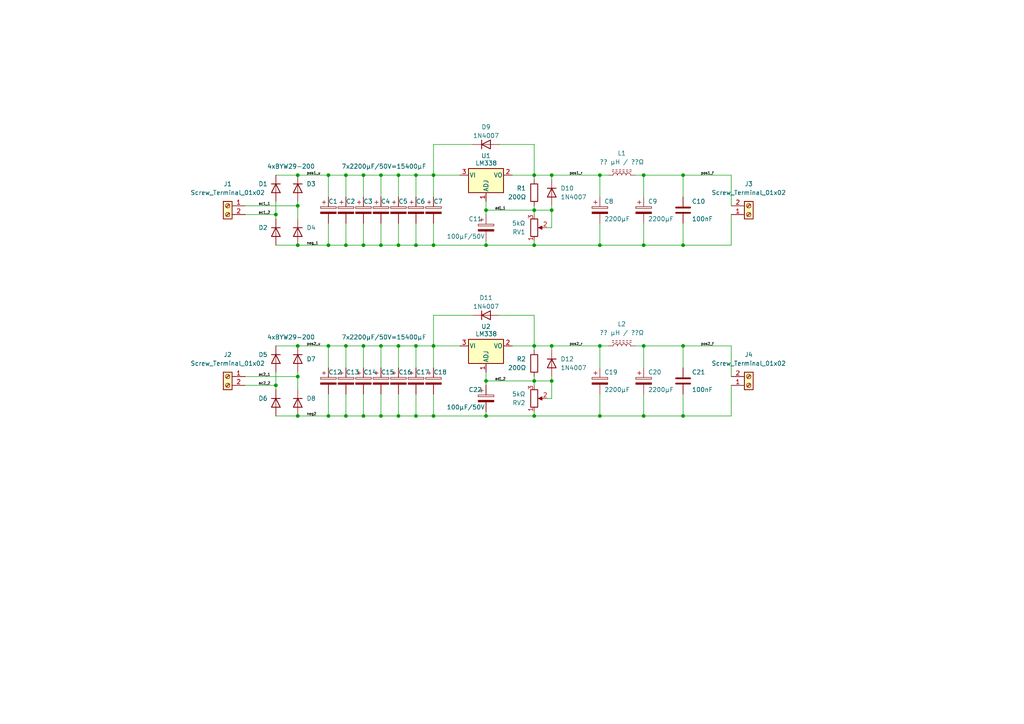
<source format=kicad_sch>
(kicad_sch (version 20211123) (generator eeschema)

  (uuid e63e39d7-6ac0-4ffd-8aa3-1841a4541b55)

  (paper "A4")

  (lib_symbols
    (symbol "Connector:Screw_Terminal_01x02" (pin_names (offset 1.016) hide) (in_bom yes) (on_board yes)
      (property "Reference" "J" (id 0) (at 0 2.54 0)
        (effects (font (size 1.27 1.27)))
      )
      (property "Value" "Screw_Terminal_01x02" (id 1) (at 0 -5.08 0)
        (effects (font (size 1.27 1.27)))
      )
      (property "Footprint" "" (id 2) (at 0 0 0)
        (effects (font (size 1.27 1.27)) hide)
      )
      (property "Datasheet" "~" (id 3) (at 0 0 0)
        (effects (font (size 1.27 1.27)) hide)
      )
      (property "ki_keywords" "screw terminal" (id 4) (at 0 0 0)
        (effects (font (size 1.27 1.27)) hide)
      )
      (property "ki_description" "Generic screw terminal, single row, 01x02, script generated (kicad-library-utils/schlib/autogen/connector/)" (id 5) (at 0 0 0)
        (effects (font (size 1.27 1.27)) hide)
      )
      (property "ki_fp_filters" "TerminalBlock*:*" (id 6) (at 0 0 0)
        (effects (font (size 1.27 1.27)) hide)
      )
      (symbol "Screw_Terminal_01x02_1_1"
        (rectangle (start -1.27 1.27) (end 1.27 -3.81)
          (stroke (width 0.254) (type default) (color 0 0 0 0))
          (fill (type background))
        )
        (circle (center 0 -2.54) (radius 0.635)
          (stroke (width 0.1524) (type default) (color 0 0 0 0))
          (fill (type none))
        )
        (polyline
          (pts
            (xy -0.5334 -2.2098)
            (xy 0.3302 -3.048)
          )
          (stroke (width 0.1524) (type default) (color 0 0 0 0))
          (fill (type none))
        )
        (polyline
          (pts
            (xy -0.5334 0.3302)
            (xy 0.3302 -0.508)
          )
          (stroke (width 0.1524) (type default) (color 0 0 0 0))
          (fill (type none))
        )
        (polyline
          (pts
            (xy -0.3556 -2.032)
            (xy 0.508 -2.8702)
          )
          (stroke (width 0.1524) (type default) (color 0 0 0 0))
          (fill (type none))
        )
        (polyline
          (pts
            (xy -0.3556 0.508)
            (xy 0.508 -0.3302)
          )
          (stroke (width 0.1524) (type default) (color 0 0 0 0))
          (fill (type none))
        )
        (circle (center 0 0) (radius 0.635)
          (stroke (width 0.1524) (type default) (color 0 0 0 0))
          (fill (type none))
        )
        (pin passive line (at -5.08 0 0) (length 3.81)
          (name "Pin_1" (effects (font (size 1.27 1.27))))
          (number "1" (effects (font (size 1.27 1.27))))
        )
        (pin passive line (at -5.08 -2.54 0) (length 3.81)
          (name "Pin_2" (effects (font (size 1.27 1.27))))
          (number "2" (effects (font (size 1.27 1.27))))
        )
      )
    )
    (symbol "Device:C" (pin_numbers hide) (pin_names (offset 0.254)) (in_bom yes) (on_board yes)
      (property "Reference" "C" (id 0) (at 0.635 2.54 0)
        (effects (font (size 1.27 1.27)) (justify left))
      )
      (property "Value" "C" (id 1) (at 0.635 -2.54 0)
        (effects (font (size 1.27 1.27)) (justify left))
      )
      (property "Footprint" "" (id 2) (at 0.9652 -3.81 0)
        (effects (font (size 1.27 1.27)) hide)
      )
      (property "Datasheet" "~" (id 3) (at 0 0 0)
        (effects (font (size 1.27 1.27)) hide)
      )
      (property "ki_keywords" "cap capacitor" (id 4) (at 0 0 0)
        (effects (font (size 1.27 1.27)) hide)
      )
      (property "ki_description" "Unpolarized capacitor" (id 5) (at 0 0 0)
        (effects (font (size 1.27 1.27)) hide)
      )
      (property "ki_fp_filters" "C_*" (id 6) (at 0 0 0)
        (effects (font (size 1.27 1.27)) hide)
      )
      (symbol "C_0_1"
        (polyline
          (pts
            (xy -2.032 -0.762)
            (xy 2.032 -0.762)
          )
          (stroke (width 0.508) (type default) (color 0 0 0 0))
          (fill (type none))
        )
        (polyline
          (pts
            (xy -2.032 0.762)
            (xy 2.032 0.762)
          )
          (stroke (width 0.508) (type default) (color 0 0 0 0))
          (fill (type none))
        )
      )
      (symbol "C_1_1"
        (pin passive line (at 0 3.81 270) (length 2.794)
          (name "~" (effects (font (size 1.27 1.27))))
          (number "1" (effects (font (size 1.27 1.27))))
        )
        (pin passive line (at 0 -3.81 90) (length 2.794)
          (name "~" (effects (font (size 1.27 1.27))))
          (number "2" (effects (font (size 1.27 1.27))))
        )
      )
    )
    (symbol "Device:C_Polarized" (pin_numbers hide) (pin_names (offset 0.254)) (in_bom yes) (on_board yes)
      (property "Reference" "C" (id 0) (at 0.635 2.54 0)
        (effects (font (size 1.27 1.27)) (justify left))
      )
      (property "Value" "C_Polarized" (id 1) (at 0.635 -2.54 0)
        (effects (font (size 1.27 1.27)) (justify left))
      )
      (property "Footprint" "" (id 2) (at 0.9652 -3.81 0)
        (effects (font (size 1.27 1.27)) hide)
      )
      (property "Datasheet" "~" (id 3) (at 0 0 0)
        (effects (font (size 1.27 1.27)) hide)
      )
      (property "ki_keywords" "cap capacitor" (id 4) (at 0 0 0)
        (effects (font (size 1.27 1.27)) hide)
      )
      (property "ki_description" "Polarized capacitor" (id 5) (at 0 0 0)
        (effects (font (size 1.27 1.27)) hide)
      )
      (property "ki_fp_filters" "CP_*" (id 6) (at 0 0 0)
        (effects (font (size 1.27 1.27)) hide)
      )
      (symbol "C_Polarized_0_1"
        (rectangle (start -2.286 0.508) (end 2.286 1.016)
          (stroke (width 0) (type default) (color 0 0 0 0))
          (fill (type none))
        )
        (polyline
          (pts
            (xy -1.778 2.286)
            (xy -0.762 2.286)
          )
          (stroke (width 0) (type default) (color 0 0 0 0))
          (fill (type none))
        )
        (polyline
          (pts
            (xy -1.27 2.794)
            (xy -1.27 1.778)
          )
          (stroke (width 0) (type default) (color 0 0 0 0))
          (fill (type none))
        )
        (rectangle (start 2.286 -0.508) (end -2.286 -1.016)
          (stroke (width 0) (type default) (color 0 0 0 0))
          (fill (type outline))
        )
      )
      (symbol "C_Polarized_1_1"
        (pin passive line (at 0 3.81 270) (length 2.794)
          (name "~" (effects (font (size 1.27 1.27))))
          (number "1" (effects (font (size 1.27 1.27))))
        )
        (pin passive line (at 0 -3.81 90) (length 2.794)
          (name "~" (effects (font (size 1.27 1.27))))
          (number "2" (effects (font (size 1.27 1.27))))
        )
      )
    )
    (symbol "Device:L_Ferrite" (pin_numbers hide) (pin_names (offset 1.016) hide) (in_bom yes) (on_board yes)
      (property "Reference" "L" (id 0) (at -1.27 0 90)
        (effects (font (size 1.27 1.27)))
      )
      (property "Value" "L_Ferrite" (id 1) (at 2.794 0 90)
        (effects (font (size 1.27 1.27)))
      )
      (property "Footprint" "" (id 2) (at 0 0 0)
        (effects (font (size 1.27 1.27)) hide)
      )
      (property "Datasheet" "~" (id 3) (at 0 0 0)
        (effects (font (size 1.27 1.27)) hide)
      )
      (property "ki_keywords" "inductor choke coil reactor magnetic" (id 4) (at 0 0 0)
        (effects (font (size 1.27 1.27)) hide)
      )
      (property "ki_description" "Inductor with ferrite core" (id 5) (at 0 0 0)
        (effects (font (size 1.27 1.27)) hide)
      )
      (property "ki_fp_filters" "Choke_* *Coil* Inductor_* L_*" (id 6) (at 0 0 0)
        (effects (font (size 1.27 1.27)) hide)
      )
      (symbol "L_Ferrite_0_1"
        (arc (start 0 -2.54) (mid 0.635 -1.905) (end 0 -1.27)
          (stroke (width 0) (type default) (color 0 0 0 0))
          (fill (type none))
        )
        (arc (start 0 -1.27) (mid 0.635 -0.635) (end 0 0)
          (stroke (width 0) (type default) (color 0 0 0 0))
          (fill (type none))
        )
        (polyline
          (pts
            (xy 1.016 -2.794)
            (xy 1.016 -2.286)
          )
          (stroke (width 0) (type default) (color 0 0 0 0))
          (fill (type none))
        )
        (polyline
          (pts
            (xy 1.016 -1.778)
            (xy 1.016 -1.27)
          )
          (stroke (width 0) (type default) (color 0 0 0 0))
          (fill (type none))
        )
        (polyline
          (pts
            (xy 1.016 -0.762)
            (xy 1.016 -0.254)
          )
          (stroke (width 0) (type default) (color 0 0 0 0))
          (fill (type none))
        )
        (polyline
          (pts
            (xy 1.016 0.254)
            (xy 1.016 0.762)
          )
          (stroke (width 0) (type default) (color 0 0 0 0))
          (fill (type none))
        )
        (polyline
          (pts
            (xy 1.016 1.27)
            (xy 1.016 1.778)
          )
          (stroke (width 0) (type default) (color 0 0 0 0))
          (fill (type none))
        )
        (polyline
          (pts
            (xy 1.016 2.286)
            (xy 1.016 2.794)
          )
          (stroke (width 0) (type default) (color 0 0 0 0))
          (fill (type none))
        )
        (polyline
          (pts
            (xy 1.524 -2.286)
            (xy 1.524 -2.794)
          )
          (stroke (width 0) (type default) (color 0 0 0 0))
          (fill (type none))
        )
        (polyline
          (pts
            (xy 1.524 -1.27)
            (xy 1.524 -1.778)
          )
          (stroke (width 0) (type default) (color 0 0 0 0))
          (fill (type none))
        )
        (polyline
          (pts
            (xy 1.524 -0.254)
            (xy 1.524 -0.762)
          )
          (stroke (width 0) (type default) (color 0 0 0 0))
          (fill (type none))
        )
        (polyline
          (pts
            (xy 1.524 0.762)
            (xy 1.524 0.254)
          )
          (stroke (width 0) (type default) (color 0 0 0 0))
          (fill (type none))
        )
        (polyline
          (pts
            (xy 1.524 1.778)
            (xy 1.524 1.27)
          )
          (stroke (width 0) (type default) (color 0 0 0 0))
          (fill (type none))
        )
        (polyline
          (pts
            (xy 1.524 2.794)
            (xy 1.524 2.286)
          )
          (stroke (width 0) (type default) (color 0 0 0 0))
          (fill (type none))
        )
        (arc (start 0 0) (mid 0.635 0.635) (end 0 1.27)
          (stroke (width 0) (type default) (color 0 0 0 0))
          (fill (type none))
        )
        (arc (start 0 1.27) (mid 0.635 1.905) (end 0 2.54)
          (stroke (width 0) (type default) (color 0 0 0 0))
          (fill (type none))
        )
      )
      (symbol "L_Ferrite_1_1"
        (pin passive line (at 0 3.81 270) (length 1.27)
          (name "1" (effects (font (size 1.27 1.27))))
          (number "1" (effects (font (size 1.27 1.27))))
        )
        (pin passive line (at 0 -3.81 90) (length 1.27)
          (name "2" (effects (font (size 1.27 1.27))))
          (number "2" (effects (font (size 1.27 1.27))))
        )
      )
    )
    (symbol "Device:R" (pin_numbers hide) (pin_names (offset 0)) (in_bom yes) (on_board yes)
      (property "Reference" "R" (id 0) (at 2.032 0 90)
        (effects (font (size 1.27 1.27)))
      )
      (property "Value" "R" (id 1) (at 0 0 90)
        (effects (font (size 1.27 1.27)))
      )
      (property "Footprint" "" (id 2) (at -1.778 0 90)
        (effects (font (size 1.27 1.27)) hide)
      )
      (property "Datasheet" "~" (id 3) (at 0 0 0)
        (effects (font (size 1.27 1.27)) hide)
      )
      (property "ki_keywords" "R res resistor" (id 4) (at 0 0 0)
        (effects (font (size 1.27 1.27)) hide)
      )
      (property "ki_description" "Resistor" (id 5) (at 0 0 0)
        (effects (font (size 1.27 1.27)) hide)
      )
      (property "ki_fp_filters" "R_*" (id 6) (at 0 0 0)
        (effects (font (size 1.27 1.27)) hide)
      )
      (symbol "R_0_1"
        (rectangle (start -1.016 -2.54) (end 1.016 2.54)
          (stroke (width 0.254) (type default) (color 0 0 0 0))
          (fill (type none))
        )
      )
      (symbol "R_1_1"
        (pin passive line (at 0 3.81 270) (length 1.27)
          (name "~" (effects (font (size 1.27 1.27))))
          (number "1" (effects (font (size 1.27 1.27))))
        )
        (pin passive line (at 0 -3.81 90) (length 1.27)
          (name "~" (effects (font (size 1.27 1.27))))
          (number "2" (effects (font (size 1.27 1.27))))
        )
      )
    )
    (symbol "Device:R_Potentiometer" (pin_names (offset 1.016) hide) (in_bom yes) (on_board yes)
      (property "Reference" "RV" (id 0) (at -4.445 0 90)
        (effects (font (size 1.27 1.27)))
      )
      (property "Value" "R_Potentiometer" (id 1) (at -2.54 0 90)
        (effects (font (size 1.27 1.27)))
      )
      (property "Footprint" "" (id 2) (at 0 0 0)
        (effects (font (size 1.27 1.27)) hide)
      )
      (property "Datasheet" "~" (id 3) (at 0 0 0)
        (effects (font (size 1.27 1.27)) hide)
      )
      (property "ki_keywords" "resistor variable" (id 4) (at 0 0 0)
        (effects (font (size 1.27 1.27)) hide)
      )
      (property "ki_description" "Potentiometer" (id 5) (at 0 0 0)
        (effects (font (size 1.27 1.27)) hide)
      )
      (property "ki_fp_filters" "Potentiometer*" (id 6) (at 0 0 0)
        (effects (font (size 1.27 1.27)) hide)
      )
      (symbol "R_Potentiometer_0_1"
        (polyline
          (pts
            (xy 2.54 0)
            (xy 1.524 0)
          )
          (stroke (width 0) (type default) (color 0 0 0 0))
          (fill (type none))
        )
        (polyline
          (pts
            (xy 1.143 0)
            (xy 2.286 0.508)
            (xy 2.286 -0.508)
            (xy 1.143 0)
          )
          (stroke (width 0) (type default) (color 0 0 0 0))
          (fill (type outline))
        )
        (rectangle (start 1.016 2.54) (end -1.016 -2.54)
          (stroke (width 0.254) (type default) (color 0 0 0 0))
          (fill (type none))
        )
      )
      (symbol "R_Potentiometer_1_1"
        (pin passive line (at 0 3.81 270) (length 1.27)
          (name "1" (effects (font (size 1.27 1.27))))
          (number "1" (effects (font (size 1.27 1.27))))
        )
        (pin passive line (at 3.81 0 180) (length 1.27)
          (name "2" (effects (font (size 1.27 1.27))))
          (number "2" (effects (font (size 1.27 1.27))))
        )
        (pin passive line (at 0 -3.81 90) (length 1.27)
          (name "3" (effects (font (size 1.27 1.27))))
          (number "3" (effects (font (size 1.27 1.27))))
        )
      )
    )
    (symbol "Diode:1N4007" (pin_numbers hide) (pin_names (offset 1.016) hide) (in_bom yes) (on_board yes)
      (property "Reference" "D" (id 0) (at 0 2.54 0)
        (effects (font (size 1.27 1.27)))
      )
      (property "Value" "1N4007" (id 1) (at 0 -2.54 0)
        (effects (font (size 1.27 1.27)))
      )
      (property "Footprint" "Diode_THT:D_DO-41_SOD81_P10.16mm_Horizontal" (id 2) (at 0 -4.445 0)
        (effects (font (size 1.27 1.27)) hide)
      )
      (property "Datasheet" "http://www.vishay.com/docs/88503/1n4001.pdf" (id 3) (at 0 0 0)
        (effects (font (size 1.27 1.27)) hide)
      )
      (property "ki_keywords" "diode" (id 4) (at 0 0 0)
        (effects (font (size 1.27 1.27)) hide)
      )
      (property "ki_description" "1000V 1A General Purpose Rectifier Diode, DO-41" (id 5) (at 0 0 0)
        (effects (font (size 1.27 1.27)) hide)
      )
      (property "ki_fp_filters" "D*DO?41*" (id 6) (at 0 0 0)
        (effects (font (size 1.27 1.27)) hide)
      )
      (symbol "1N4007_0_1"
        (polyline
          (pts
            (xy -1.27 1.27)
            (xy -1.27 -1.27)
          )
          (stroke (width 0.254) (type default) (color 0 0 0 0))
          (fill (type none))
        )
        (polyline
          (pts
            (xy 1.27 0)
            (xy -1.27 0)
          )
          (stroke (width 0) (type default) (color 0 0 0 0))
          (fill (type none))
        )
        (polyline
          (pts
            (xy 1.27 1.27)
            (xy 1.27 -1.27)
            (xy -1.27 0)
            (xy 1.27 1.27)
          )
          (stroke (width 0.254) (type default) (color 0 0 0 0))
          (fill (type none))
        )
      )
      (symbol "1N4007_1_1"
        (pin passive line (at -3.81 0 0) (length 2.54)
          (name "K" (effects (font (size 1.27 1.27))))
          (number "1" (effects (font (size 1.27 1.27))))
        )
        (pin passive line (at 3.81 0 180) (length 2.54)
          (name "A" (effects (font (size 1.27 1.27))))
          (number "2" (effects (font (size 1.27 1.27))))
        )
      )
    )
    (symbol "Diode:BYV79-100" (pin_numbers hide) (pin_names (offset 1.016) hide) (in_bom yes) (on_board yes)
      (property "Reference" "D" (id 0) (at 0 2.54 0)
        (effects (font (size 1.27 1.27)))
      )
      (property "Value" "BYV79-100" (id 1) (at 0 -2.54 0)
        (effects (font (size 1.27 1.27)))
      )
      (property "Footprint" "Package_TO_SOT_THT:TO-220-2_Vertical" (id 2) (at 0 -4.445 0)
        (effects (font (size 1.27 1.27)) hide)
      )
      (property "Datasheet" "http://pdf.datasheetcatalog.com/datasheet/philips/BYV79-100.pdf" (id 3) (at 0 0 0)
        (effects (font (size 1.27 1.27)) hide)
      )
      (property "ki_keywords" "diode" (id 4) (at 0 0 0)
        (effects (font (size 1.27 1.27)) hide)
      )
      (property "ki_description" "100V 14A Ultrafast Rectifier Diode, TO-220" (id 5) (at 0 0 0)
        (effects (font (size 1.27 1.27)) hide)
      )
      (property "ki_fp_filters" "TO?220*" (id 6) (at 0 0 0)
        (effects (font (size 1.27 1.27)) hide)
      )
      (symbol "BYV79-100_0_1"
        (polyline
          (pts
            (xy -1.27 1.27)
            (xy -1.27 -1.27)
          )
          (stroke (width 0.254) (type default) (color 0 0 0 0))
          (fill (type none))
        )
        (polyline
          (pts
            (xy 1.27 0)
            (xy -1.27 0)
          )
          (stroke (width 0) (type default) (color 0 0 0 0))
          (fill (type none))
        )
        (polyline
          (pts
            (xy 1.27 1.27)
            (xy 1.27 -1.27)
            (xy -1.27 0)
            (xy 1.27 1.27)
          )
          (stroke (width 0.254) (type default) (color 0 0 0 0))
          (fill (type none))
        )
      )
      (symbol "BYV79-100_1_1"
        (pin passive line (at -3.81 0 0) (length 2.54)
          (name "K" (effects (font (size 1.27 1.27))))
          (number "1" (effects (font (size 1.27 1.27))))
        )
        (pin passive line (at 3.81 0 180) (length 2.54)
          (name "A" (effects (font (size 1.27 1.27))))
          (number "2" (effects (font (size 1.27 1.27))))
        )
      )
    )
    (symbol "Regulator_Linear:LM317_TO-220" (pin_names (offset 0.254)) (in_bom yes) (on_board yes)
      (property "Reference" "U" (id 0) (at -3.81 3.175 0)
        (effects (font (size 1.27 1.27)))
      )
      (property "Value" "LM317_TO-220" (id 1) (at 0 3.175 0)
        (effects (font (size 1.27 1.27)) (justify left))
      )
      (property "Footprint" "Package_TO_SOT_THT:TO-220-3_Vertical" (id 2) (at 0 6.35 0)
        (effects (font (size 1.27 1.27) italic) hide)
      )
      (property "Datasheet" "http://www.ti.com/lit/ds/symlink/lm317.pdf" (id 3) (at 0 0 0)
        (effects (font (size 1.27 1.27)) hide)
      )
      (property "ki_keywords" "Adjustable Voltage Regulator 1A Positive" (id 4) (at 0 0 0)
        (effects (font (size 1.27 1.27)) hide)
      )
      (property "ki_description" "1.5A 35V Adjustable Linear Regulator, TO-220" (id 5) (at 0 0 0)
        (effects (font (size 1.27 1.27)) hide)
      )
      (property "ki_fp_filters" "TO?220*" (id 6) (at 0 0 0)
        (effects (font (size 1.27 1.27)) hide)
      )
      (symbol "LM317_TO-220_0_1"
        (rectangle (start -5.08 1.905) (end 5.08 -5.08)
          (stroke (width 0.254) (type default) (color 0 0 0 0))
          (fill (type background))
        )
      )
      (symbol "LM317_TO-220_1_1"
        (pin input line (at 0 -7.62 90) (length 2.54)
          (name "ADJ" (effects (font (size 1.27 1.27))))
          (number "1" (effects (font (size 1.27 1.27))))
        )
        (pin power_out line (at 7.62 0 180) (length 2.54)
          (name "VO" (effects (font (size 1.27 1.27))))
          (number "2" (effects (font (size 1.27 1.27))))
        )
        (pin power_in line (at -7.62 0 0) (length 2.54)
          (name "VI" (effects (font (size 1.27 1.27))))
          (number "3" (effects (font (size 1.27 1.27))))
        )
      )
    )
  )

  (junction (at 80.01 111.76) (diameter 0) (color 0 0 0 0)
    (uuid 02c6755b-549f-4efb-89c7-18aaa89fadf9)
  )
  (junction (at 198.12 120.65) (diameter 0) (color 0 0 0 0)
    (uuid 0b924f1e-894c-4b8b-8249-e033c85b70ed)
  )
  (junction (at 154.94 50.8) (diameter 0) (color 0 0 0 0)
    (uuid 163aa707-ea52-4079-8257-10573cd35126)
  )
  (junction (at 173.99 71.12) (diameter 0) (color 0 0 0 0)
    (uuid 1a925774-b0ad-4815-8ec3-8f8db6aa2596)
  )
  (junction (at 110.49 100.33) (diameter 0) (color 0 0 0 0)
    (uuid 1b41ba56-522f-4499-a83c-540dc0752674)
  )
  (junction (at 198.12 50.8) (diameter 0) (color 0 0 0 0)
    (uuid 1e9e1d5c-efa8-499b-9bd0-331bf65cfd2a)
  )
  (junction (at 86.36 109.22) (diameter 0) (color 0 0 0 0)
    (uuid 2df57cc5-951a-4c52-b24d-d4e4763a037b)
  )
  (junction (at 86.36 59.69) (diameter 0) (color 0 0 0 0)
    (uuid 2eedf9af-5fda-4d13-a7da-1b6759662a8e)
  )
  (junction (at 105.41 71.12) (diameter 0) (color 0 0 0 0)
    (uuid 3027109c-70b4-4579-aeca-89158603b423)
  )
  (junction (at 154.94 71.12) (diameter 0) (color 0 0 0 0)
    (uuid 3212c425-c411-4011-a581-8baffa4d28e1)
  )
  (junction (at 120.65 71.12) (diameter 0) (color 0 0 0 0)
    (uuid 3529b847-7438-4420-86bd-59dc4518b89c)
  )
  (junction (at 186.69 71.12) (diameter 0) (color 0 0 0 0)
    (uuid 459fbd32-49b0-43d2-bd6e-bbad564768a5)
  )
  (junction (at 105.41 120.65) (diameter 0) (color 0 0 0 0)
    (uuid 4a9781d4-7ba9-4c35-9d46-eb2382dcb8cd)
  )
  (junction (at 115.57 50.8) (diameter 0) (color 0 0 0 0)
    (uuid 4bd67bfa-0bbd-4c04-8070-9beceaabf983)
  )
  (junction (at 154.94 120.65) (diameter 0) (color 0 0 0 0)
    (uuid 4d9a5c15-b6c5-47a2-bb8c-738307f9e339)
  )
  (junction (at 86.36 100.33) (diameter 0) (color 0 0 0 0)
    (uuid 4da52d7b-855c-4fee-8d7d-be6c8a4cca7b)
  )
  (junction (at 160.02 100.33) (diameter 0) (color 0 0 0 0)
    (uuid 4e528f59-071f-4e40-8cb6-72870b449d3c)
  )
  (junction (at 115.57 71.12) (diameter 0) (color 0 0 0 0)
    (uuid 51fe142b-64a5-4a6f-a320-7c7c189aed6e)
  )
  (junction (at 125.73 120.65) (diameter 0) (color 0 0 0 0)
    (uuid 5840de82-4d39-454c-8615-bf847399592f)
  )
  (junction (at 95.25 120.65) (diameter 0) (color 0 0 0 0)
    (uuid 58525823-95c9-40ca-94fd-b1f45f226e5a)
  )
  (junction (at 125.73 100.33) (diameter 0) (color 0 0 0 0)
    (uuid 5fac6a65-d5ba-42b0-90fa-895614b3b96d)
  )
  (junction (at 105.41 50.8) (diameter 0) (color 0 0 0 0)
    (uuid 61bfeb38-d64a-4981-849e-67264df5235a)
  )
  (junction (at 120.65 120.65) (diameter 0) (color 0 0 0 0)
    (uuid 628fac69-4b80-4aaf-aaf1-0bb5ddd98805)
  )
  (junction (at 86.36 120.65) (diameter 0) (color 0 0 0 0)
    (uuid 66dfb2e9-bd04-4d2b-a962-5505834b632e)
  )
  (junction (at 198.12 100.33) (diameter 0) (color 0 0 0 0)
    (uuid 6a6ac13a-d5fe-460d-9fe3-ef3211a79eff)
  )
  (junction (at 95.25 50.8) (diameter 0) (color 0 0 0 0)
    (uuid 6ee30666-6997-45a6-b3c6-bde5cf9e9ef7)
  )
  (junction (at 173.99 50.8) (diameter 0) (color 0 0 0 0)
    (uuid 709e4e97-2e75-4628-9510-45d305a85e32)
  )
  (junction (at 100.33 120.65) (diameter 0) (color 0 0 0 0)
    (uuid 7bb68258-9f62-411c-b317-abc23c74c555)
  )
  (junction (at 173.99 120.65) (diameter 0) (color 0 0 0 0)
    (uuid 7f2b417d-1b88-4647-b753-fd7815422e13)
  )
  (junction (at 110.49 120.65) (diameter 0) (color 0 0 0 0)
    (uuid 8012b180-e93c-437d-baa2-21f913b05b40)
  )
  (junction (at 120.65 50.8) (diameter 0) (color 0 0 0 0)
    (uuid 8933f23f-6200-43b4-b238-86634d98db4d)
  )
  (junction (at 198.12 71.12) (diameter 0) (color 0 0 0 0)
    (uuid 89656ee4-39f7-44d7-a9b7-cf244219f974)
  )
  (junction (at 160.02 50.8) (diameter 0) (color 0 0 0 0)
    (uuid 8ab962c1-ac47-469d-bddc-496c638a0d7e)
  )
  (junction (at 154.94 60.96) (diameter 0) (color 0 0 0 0)
    (uuid 8c451431-8b4c-491f-a607-064972a1365d)
  )
  (junction (at 140.97 60.96) (diameter 0) (color 0 0 0 0)
    (uuid 8dfa41a6-c1ea-4610-b612-f98f2206d2a1)
  )
  (junction (at 125.73 71.12) (diameter 0) (color 0 0 0 0)
    (uuid 8e055997-1a42-4090-a2ad-e143f7dbc9f9)
  )
  (junction (at 140.97 120.65) (diameter 0) (color 0 0 0 0)
    (uuid 928cef55-182b-4f83-951c-8c7f8c4c1ce5)
  )
  (junction (at 186.69 120.65) (diameter 0) (color 0 0 0 0)
    (uuid 9ec0a4bc-91ea-456b-8d99-545ade88941a)
  )
  (junction (at 110.49 50.8) (diameter 0) (color 0 0 0 0)
    (uuid 9f44af6a-fb29-4a2f-94dd-55d84a36627a)
  )
  (junction (at 86.36 71.12) (diameter 0) (color 0 0 0 0)
    (uuid a35a7f59-bc40-4e92-9787-d80bf05fcad7)
  )
  (junction (at 100.33 100.33) (diameter 0) (color 0 0 0 0)
    (uuid a3be4bd0-3ba1-4d92-adcd-5cce0140d6ff)
  )
  (junction (at 115.57 120.65) (diameter 0) (color 0 0 0 0)
    (uuid aa8a472a-db78-411b-b7c5-0c87af9f79ee)
  )
  (junction (at 86.36 50.8) (diameter 0) (color 0 0 0 0)
    (uuid aac84420-5bbc-49cb-805f-303aa143162c)
  )
  (junction (at 100.33 71.12) (diameter 0) (color 0 0 0 0)
    (uuid aea664bc-065a-4027-85f3-8260de9ec4e2)
  )
  (junction (at 95.25 100.33) (diameter 0) (color 0 0 0 0)
    (uuid b07cfb7f-e465-44e6-b5dc-befaaca08ba7)
  )
  (junction (at 105.41 100.33) (diameter 0) (color 0 0 0 0)
    (uuid b5c7388e-a1e2-47e8-8edd-8f95f2462d84)
  )
  (junction (at 125.73 50.8) (diameter 0) (color 0 0 0 0)
    (uuid b87236f2-8775-41aa-a724-dc64989e1b8c)
  )
  (junction (at 80.01 62.23) (diameter 0) (color 0 0 0 0)
    (uuid b8e0cadd-e20e-4e68-80a7-c049902e7b16)
  )
  (junction (at 160.02 110.49) (diameter 0) (color 0 0 0 0)
    (uuid c1d3771e-5f16-4525-9265-e7c89cbc9b23)
  )
  (junction (at 154.94 110.49) (diameter 0) (color 0 0 0 0)
    (uuid c69fad48-7b84-483b-989f-a4c8b1570c63)
  )
  (junction (at 115.57 100.33) (diameter 0) (color 0 0 0 0)
    (uuid c83674b5-d512-4847-913f-e877d769f3de)
  )
  (junction (at 186.69 50.8) (diameter 0) (color 0 0 0 0)
    (uuid c8c3e903-bb97-4a57-ac27-666e34d645c6)
  )
  (junction (at 160.02 60.96) (diameter 0) (color 0 0 0 0)
    (uuid ca763825-924e-4676-8072-85bb4a45fd60)
  )
  (junction (at 154.94 100.33) (diameter 0) (color 0 0 0 0)
    (uuid caa06830-bd40-4a78-9001-d4270c2fdfde)
  )
  (junction (at 100.33 50.8) (diameter 0) (color 0 0 0 0)
    (uuid df506fb6-46c1-4c2a-9cee-351080d256c6)
  )
  (junction (at 186.69 100.33) (diameter 0) (color 0 0 0 0)
    (uuid e00266e7-f6ea-4833-92b0-7e0a2e683b73)
  )
  (junction (at 95.25 71.12) (diameter 0) (color 0 0 0 0)
    (uuid e81265ae-8e75-4464-ae28-c2cd5ede0003)
  )
  (junction (at 110.49 71.12) (diameter 0) (color 0 0 0 0)
    (uuid ea24036f-c62c-4058-bb7d-6e671b53749d)
  )
  (junction (at 120.65 100.33) (diameter 0) (color 0 0 0 0)
    (uuid ed63960f-f669-400a-bf82-2d0ffb261475)
  )
  (junction (at 140.97 71.12) (diameter 0) (color 0 0 0 0)
    (uuid f602d21b-7b76-4ffb-b388-dc1671ee68a4)
  )
  (junction (at 140.97 110.49) (diameter 0) (color 0 0 0 0)
    (uuid f871a998-9d4a-446f-8e45-fb77c64912f3)
  )
  (junction (at 173.99 100.33) (diameter 0) (color 0 0 0 0)
    (uuid fede5aa3-cd21-4a31-a0ce-b6510f3b56ed)
  )

  (wire (pts (xy 86.36 107.95) (xy 86.36 109.22))
    (stroke (width 0) (type default) (color 0 0 0 0))
    (uuid 00225e5f-500f-4009-9fa8-f15de69b0812)
  )
  (wire (pts (xy 95.25 100.33) (xy 100.33 100.33))
    (stroke (width 0) (type default) (color 0 0 0 0))
    (uuid 02de98bc-e663-48c9-94d8-5c5fe5580b37)
  )
  (wire (pts (xy 125.73 71.12) (xy 140.97 71.12))
    (stroke (width 0) (type default) (color 0 0 0 0))
    (uuid 03b9ebed-2c84-4b81-b101-6382c762a424)
  )
  (wire (pts (xy 105.41 71.12) (xy 110.49 71.12))
    (stroke (width 0) (type default) (color 0 0 0 0))
    (uuid 04773769-0537-4dc7-867d-72b224ae9caf)
  )
  (wire (pts (xy 173.99 114.3) (xy 173.99 120.65))
    (stroke (width 0) (type default) (color 0 0 0 0))
    (uuid 04f5ab28-e02e-42fe-8d87-74554ad54832)
  )
  (wire (pts (xy 125.73 114.3) (xy 125.73 120.65))
    (stroke (width 0) (type default) (color 0 0 0 0))
    (uuid 065ace95-b9ee-4cbc-9d71-871728062b47)
  )
  (wire (pts (xy 186.69 50.8) (xy 186.69 57.15))
    (stroke (width 0) (type default) (color 0 0 0 0))
    (uuid 07be99bc-3222-4b7c-98d1-f07f3cfdd16b)
  )
  (wire (pts (xy 100.33 71.12) (xy 105.41 71.12))
    (stroke (width 0) (type default) (color 0 0 0 0))
    (uuid 0972ace4-d047-4dcd-a95d-3063a895b5c6)
  )
  (wire (pts (xy 154.94 69.85) (xy 154.94 71.12))
    (stroke (width 0) (type default) (color 0 0 0 0))
    (uuid 0ad481a3-16bc-4301-8765-d5f2b70842d1)
  )
  (wire (pts (xy 120.65 71.12) (xy 125.73 71.12))
    (stroke (width 0) (type default) (color 0 0 0 0))
    (uuid 0d533ace-e373-4871-9b28-b1ae77cbbd2e)
  )
  (wire (pts (xy 115.57 50.8) (xy 120.65 50.8))
    (stroke (width 0) (type default) (color 0 0 0 0))
    (uuid 0dcadcb8-07a7-4898-a214-d6ec2b74c38e)
  )
  (wire (pts (xy 110.49 120.65) (xy 115.57 120.65))
    (stroke (width 0) (type default) (color 0 0 0 0))
    (uuid 0e4ad003-9037-4b89-a322-bb47039cf8b6)
  )
  (wire (pts (xy 105.41 100.33) (xy 110.49 100.33))
    (stroke (width 0) (type default) (color 0 0 0 0))
    (uuid 0e65657d-6750-472b-9309-f7f540ff8f5c)
  )
  (wire (pts (xy 125.73 91.44) (xy 125.73 100.33))
    (stroke (width 0) (type default) (color 0 0 0 0))
    (uuid 10113db2-073c-40e7-9c6a-a14ac9857ebb)
  )
  (wire (pts (xy 105.41 50.8) (xy 105.41 57.15))
    (stroke (width 0) (type default) (color 0 0 0 0))
    (uuid 11b53db8-f20d-48ab-8a60-7cee3ced636d)
  )
  (wire (pts (xy 173.99 100.33) (xy 173.99 106.68))
    (stroke (width 0) (type default) (color 0 0 0 0))
    (uuid 146eb877-4b3a-4431-967d-c2fade874a25)
  )
  (wire (pts (xy 100.33 100.33) (xy 100.33 106.68))
    (stroke (width 0) (type default) (color 0 0 0 0))
    (uuid 15c44602-f3dc-4997-852e-cbf3d2c3e749)
  )
  (wire (pts (xy 140.97 58.42) (xy 140.97 60.96))
    (stroke (width 0) (type default) (color 0 0 0 0))
    (uuid 15ce6394-2ae4-4be7-a9e3-8f43c77dbe94)
  )
  (wire (pts (xy 154.94 110.49) (xy 154.94 111.76))
    (stroke (width 0) (type default) (color 0 0 0 0))
    (uuid 16fa3ca1-79a9-4ede-ab25-e5557515ac78)
  )
  (wire (pts (xy 80.01 62.23) (xy 80.01 63.5))
    (stroke (width 0) (type default) (color 0 0 0 0))
    (uuid 179c6822-6e5b-471e-90ce-d6682a427e19)
  )
  (wire (pts (xy 86.36 71.12) (xy 95.25 71.12))
    (stroke (width 0) (type default) (color 0 0 0 0))
    (uuid 19807724-13ca-4d64-8542-95065ef3230a)
  )
  (wire (pts (xy 173.99 120.65) (xy 186.69 120.65))
    (stroke (width 0) (type default) (color 0 0 0 0))
    (uuid 1a5bb072-dbda-4935-9d85-e856bd81750d)
  )
  (wire (pts (xy 100.33 64.77) (xy 100.33 71.12))
    (stroke (width 0) (type default) (color 0 0 0 0))
    (uuid 1d045b87-9d74-4196-acf1-72bc06d63455)
  )
  (wire (pts (xy 115.57 100.33) (xy 115.57 106.68))
    (stroke (width 0) (type default) (color 0 0 0 0))
    (uuid 1dd357ac-c9f0-460a-8dcf-84309fdc50a1)
  )
  (wire (pts (xy 154.94 50.8) (xy 154.94 41.91))
    (stroke (width 0) (type default) (color 0 0 0 0))
    (uuid 1e135a5b-f26a-425b-a588-6fdaf75980ba)
  )
  (wire (pts (xy 140.97 119.38) (xy 140.97 120.65))
    (stroke (width 0) (type default) (color 0 0 0 0))
    (uuid 1ff93093-739e-48fd-9a07-938c4ffc3588)
  )
  (wire (pts (xy 140.97 60.96) (xy 140.97 62.23))
    (stroke (width 0) (type default) (color 0 0 0 0))
    (uuid 20afa7cd-2c32-49cc-ac81-cdfd6e98379b)
  )
  (wire (pts (xy 186.69 71.12) (xy 198.12 71.12))
    (stroke (width 0) (type default) (color 0 0 0 0))
    (uuid 21baa330-42e5-4f3e-ad24-052ffb1186a1)
  )
  (wire (pts (xy 173.99 64.77) (xy 173.99 71.12))
    (stroke (width 0) (type default) (color 0 0 0 0))
    (uuid 23cf9060-cff9-4b2a-84bb-136bbb11b187)
  )
  (wire (pts (xy 186.69 64.77) (xy 186.69 71.12))
    (stroke (width 0) (type default) (color 0 0 0 0))
    (uuid 23fa55f0-28cd-4ab8-8013-ead1f577a584)
  )
  (wire (pts (xy 158.75 115.57) (xy 160.02 115.57))
    (stroke (width 0) (type default) (color 0 0 0 0))
    (uuid 2810606f-7388-452f-9a7d-61b305cf476b)
  )
  (wire (pts (xy 186.69 50.8) (xy 198.12 50.8))
    (stroke (width 0) (type default) (color 0 0 0 0))
    (uuid 28293edb-eb8c-4ac8-a34a-e9c4b4ce40fb)
  )
  (wire (pts (xy 212.09 62.23) (xy 212.09 71.12))
    (stroke (width 0) (type default) (color 0 0 0 0))
    (uuid 2be2fea2-ea8b-4a8e-86e6-b91d1bacf996)
  )
  (wire (pts (xy 86.36 109.22) (xy 86.36 113.03))
    (stroke (width 0) (type default) (color 0 0 0 0))
    (uuid 2c8c9fcd-e991-4c18-a66a-d9fc141fc4d7)
  )
  (wire (pts (xy 115.57 100.33) (xy 120.65 100.33))
    (stroke (width 0) (type default) (color 0 0 0 0))
    (uuid 2db5c3eb-700b-49b7-9708-fc8aa3053016)
  )
  (wire (pts (xy 120.65 64.77) (xy 120.65 71.12))
    (stroke (width 0) (type default) (color 0 0 0 0))
    (uuid 2e1e57ff-3ed3-40ff-b383-a6411df0ac6f)
  )
  (wire (pts (xy 95.25 71.12) (xy 100.33 71.12))
    (stroke (width 0) (type default) (color 0 0 0 0))
    (uuid 34cc89be-9c45-479e-a4bc-adebc7579ba0)
  )
  (wire (pts (xy 184.15 100.33) (xy 186.69 100.33))
    (stroke (width 0) (type default) (color 0 0 0 0))
    (uuid 371145aa-e964-47bf-81ee-b1c430008b11)
  )
  (wire (pts (xy 173.99 100.33) (xy 176.53 100.33))
    (stroke (width 0) (type default) (color 0 0 0 0))
    (uuid 39611c83-8399-46f9-aa3c-33df63f431ea)
  )
  (wire (pts (xy 115.57 71.12) (xy 120.65 71.12))
    (stroke (width 0) (type default) (color 0 0 0 0))
    (uuid 3c9f02f6-370e-4c10-9f54-9c44ceac92dd)
  )
  (wire (pts (xy 110.49 100.33) (xy 110.49 106.68))
    (stroke (width 0) (type default) (color 0 0 0 0))
    (uuid 3cbc6339-9023-426e-8ab9-c26d92035cf9)
  )
  (wire (pts (xy 212.09 50.8) (xy 212.09 59.69))
    (stroke (width 0) (type default) (color 0 0 0 0))
    (uuid 3de7341a-7178-485f-bf13-892e1e0b1262)
  )
  (wire (pts (xy 110.49 50.8) (xy 115.57 50.8))
    (stroke (width 0) (type default) (color 0 0 0 0))
    (uuid 3e81e632-edc5-4cf4-a2a3-40a22f2233b6)
  )
  (wire (pts (xy 71.12 111.76) (xy 80.01 111.76))
    (stroke (width 0) (type default) (color 0 0 0 0))
    (uuid 455d7830-70dc-4907-8c0e-bb9d1c50cd60)
  )
  (wire (pts (xy 212.09 100.33) (xy 212.09 109.22))
    (stroke (width 0) (type default) (color 0 0 0 0))
    (uuid 4665c22b-73da-48cf-841a-c4141a633a9b)
  )
  (wire (pts (xy 198.12 64.77) (xy 198.12 71.12))
    (stroke (width 0) (type default) (color 0 0 0 0))
    (uuid 4679a78a-9efa-44ec-ba0f-16125524d3cb)
  )
  (wire (pts (xy 154.94 119.38) (xy 154.94 120.65))
    (stroke (width 0) (type default) (color 0 0 0 0))
    (uuid 47d8f9e4-65b8-4e24-a41b-0863b0041451)
  )
  (wire (pts (xy 110.49 64.77) (xy 110.49 71.12))
    (stroke (width 0) (type default) (color 0 0 0 0))
    (uuid 48831ab0-ef4d-4330-bf8e-a150aeb2905d)
  )
  (wire (pts (xy 105.41 50.8) (xy 110.49 50.8))
    (stroke (width 0) (type default) (color 0 0 0 0))
    (uuid 4a22aef1-1e6c-44c1-8905-f5c4f7c55be8)
  )
  (wire (pts (xy 160.02 100.33) (xy 160.02 101.6))
    (stroke (width 0) (type default) (color 0 0 0 0))
    (uuid 4ab579fd-8417-4d85-a6e6-462ebf07b0ae)
  )
  (wire (pts (xy 140.97 110.49) (xy 140.97 111.76))
    (stroke (width 0) (type default) (color 0 0 0 0))
    (uuid 4d2750b7-30eb-4b03-83ce-c6e31a4a8667)
  )
  (wire (pts (xy 86.36 100.33) (xy 95.25 100.33))
    (stroke (width 0) (type default) (color 0 0 0 0))
    (uuid 4e4e2840-b723-4fc4-8bc2-54e181d5b0e7)
  )
  (wire (pts (xy 105.41 114.3) (xy 105.41 120.65))
    (stroke (width 0) (type default) (color 0 0 0 0))
    (uuid 4e91291a-17a5-476e-8634-d60b64c32240)
  )
  (wire (pts (xy 186.69 120.65) (xy 198.12 120.65))
    (stroke (width 0) (type default) (color 0 0 0 0))
    (uuid 4f0fde9d-be63-4466-8c20-8734faf50904)
  )
  (wire (pts (xy 212.09 50.8) (xy 198.12 50.8))
    (stroke (width 0) (type default) (color 0 0 0 0))
    (uuid 4f3a95a9-49c7-45bb-9c59-143c553ced2d)
  )
  (wire (pts (xy 186.69 100.33) (xy 186.69 106.68))
    (stroke (width 0) (type default) (color 0 0 0 0))
    (uuid 4f64468f-9571-4ad9-b3e9-e8154e0307c1)
  )
  (wire (pts (xy 80.01 111.76) (xy 80.01 113.03))
    (stroke (width 0) (type default) (color 0 0 0 0))
    (uuid 516b2279-15da-438b-a20e-d8822aaa4ce1)
  )
  (wire (pts (xy 100.33 50.8) (xy 105.41 50.8))
    (stroke (width 0) (type default) (color 0 0 0 0))
    (uuid 5377b1f5-0de6-4bf8-8f24-8d10c0d8268a)
  )
  (wire (pts (xy 140.97 120.65) (xy 154.94 120.65))
    (stroke (width 0) (type default) (color 0 0 0 0))
    (uuid 53baa15a-d72a-4603-8985-0f27bcc54bd8)
  )
  (wire (pts (xy 110.49 71.12) (xy 115.57 71.12))
    (stroke (width 0) (type default) (color 0 0 0 0))
    (uuid 54274f70-fca4-44eb-8833-d7c069c934ca)
  )
  (wire (pts (xy 154.94 100.33) (xy 160.02 100.33))
    (stroke (width 0) (type default) (color 0 0 0 0))
    (uuid 5a7b34b8-8db0-4b54-bd4a-c72925210485)
  )
  (wire (pts (xy 154.94 60.96) (xy 154.94 62.23))
    (stroke (width 0) (type default) (color 0 0 0 0))
    (uuid 5ba19575-6efd-4422-b1e1-564235bc68c0)
  )
  (wire (pts (xy 148.59 50.8) (xy 154.94 50.8))
    (stroke (width 0) (type default) (color 0 0 0 0))
    (uuid 5ec9bebb-83a1-4b01-92b8-730d0b798f24)
  )
  (wire (pts (xy 80.01 50.8) (xy 86.36 50.8))
    (stroke (width 0) (type default) (color 0 0 0 0))
    (uuid 60f67119-b0ff-497d-8e30-5de8bf49ac35)
  )
  (wire (pts (xy 95.25 114.3) (xy 95.25 120.65))
    (stroke (width 0) (type default) (color 0 0 0 0))
    (uuid 615c6fbe-a248-4c7c-9c65-070751a061ef)
  )
  (wire (pts (xy 160.02 60.96) (xy 154.94 60.96))
    (stroke (width 0) (type default) (color 0 0 0 0))
    (uuid 61a8d39f-1302-4709-a5e8-502fd7d6b767)
  )
  (wire (pts (xy 125.73 41.91) (xy 125.73 50.8))
    (stroke (width 0) (type default) (color 0 0 0 0))
    (uuid 623de291-2690-4d2b-a144-f48cabc2f02e)
  )
  (wire (pts (xy 154.94 100.33) (xy 154.94 91.44))
    (stroke (width 0) (type default) (color 0 0 0 0))
    (uuid 633ef17a-d759-420a-bce9-3322cc217abe)
  )
  (wire (pts (xy 125.73 100.33) (xy 125.73 106.68))
    (stroke (width 0) (type default) (color 0 0 0 0))
    (uuid 63576142-4844-4a6f-a9aa-71df04f06dc5)
  )
  (wire (pts (xy 148.59 100.33) (xy 154.94 100.33))
    (stroke (width 0) (type default) (color 0 0 0 0))
    (uuid 66c36938-8d04-422e-ad79-ca8959439f6c)
  )
  (wire (pts (xy 120.65 100.33) (xy 125.73 100.33))
    (stroke (width 0) (type default) (color 0 0 0 0))
    (uuid 67c34a93-7194-4d54-bac1-b4c084c81aab)
  )
  (wire (pts (xy 80.01 71.12) (xy 86.36 71.12))
    (stroke (width 0) (type default) (color 0 0 0 0))
    (uuid 6ed72853-1869-4906-9909-0f3fe9813129)
  )
  (wire (pts (xy 184.15 50.8) (xy 186.69 50.8))
    (stroke (width 0) (type default) (color 0 0 0 0))
    (uuid 7073e4e1-35b1-4fa2-94b7-679bf0d7fd07)
  )
  (wire (pts (xy 71.12 109.22) (xy 86.36 109.22))
    (stroke (width 0) (type default) (color 0 0 0 0))
    (uuid 72174929-c6a8-4aea-a163-80dce21d1084)
  )
  (wire (pts (xy 95.25 120.65) (xy 100.33 120.65))
    (stroke (width 0) (type default) (color 0 0 0 0))
    (uuid 753b7894-2637-4649-9cc6-c6ebfea6ea83)
  )
  (wire (pts (xy 160.02 66.04) (xy 160.02 60.96))
    (stroke (width 0) (type default) (color 0 0 0 0))
    (uuid 78193e2d-9d9f-433c-9f94-84a8711303c0)
  )
  (wire (pts (xy 95.25 50.8) (xy 95.25 57.15))
    (stroke (width 0) (type default) (color 0 0 0 0))
    (uuid 7988228e-f3b0-4433-a120-c694a91281e5)
  )
  (wire (pts (xy 160.02 110.49) (xy 154.94 110.49))
    (stroke (width 0) (type default) (color 0 0 0 0))
    (uuid 7993df01-63d4-4367-af06-c8f43ff3ceba)
  )
  (wire (pts (xy 137.16 41.91) (xy 125.73 41.91))
    (stroke (width 0) (type default) (color 0 0 0 0))
    (uuid 79bffea1-482a-418d-8415-8397b4104029)
  )
  (wire (pts (xy 140.97 107.95) (xy 140.97 110.49))
    (stroke (width 0) (type default) (color 0 0 0 0))
    (uuid 7a8d10d2-c160-4f56-950c-a2bb6c51be3b)
  )
  (wire (pts (xy 100.33 100.33) (xy 105.41 100.33))
    (stroke (width 0) (type default) (color 0 0 0 0))
    (uuid 81c8dc4b-1d6c-4cf7-9932-d094bb5e212f)
  )
  (wire (pts (xy 86.36 120.65) (xy 95.25 120.65))
    (stroke (width 0) (type default) (color 0 0 0 0))
    (uuid 822b2858-9db6-4300-aa88-6fa0d7e6402e)
  )
  (wire (pts (xy 80.01 100.33) (xy 86.36 100.33))
    (stroke (width 0) (type default) (color 0 0 0 0))
    (uuid 8350b9e6-4377-40d0-b37c-4cb3203b6135)
  )
  (wire (pts (xy 80.01 107.95) (xy 80.01 111.76))
    (stroke (width 0) (type default) (color 0 0 0 0))
    (uuid 853f7e0f-862a-4240-8779-7d76a9b9ad66)
  )
  (wire (pts (xy 186.69 100.33) (xy 198.12 100.33))
    (stroke (width 0) (type default) (color 0 0 0 0))
    (uuid 863bb8c3-74ca-43f9-abdd-dac898d75cda)
  )
  (wire (pts (xy 160.02 115.57) (xy 160.02 110.49))
    (stroke (width 0) (type default) (color 0 0 0 0))
    (uuid 895462b8-6506-4742-915f-7aca98895c22)
  )
  (wire (pts (xy 120.65 114.3) (xy 120.65 120.65))
    (stroke (width 0) (type default) (color 0 0 0 0))
    (uuid 89eb79b2-009b-4d78-8104-47dbb6b3f16a)
  )
  (wire (pts (xy 154.94 59.69) (xy 154.94 60.96))
    (stroke (width 0) (type default) (color 0 0 0 0))
    (uuid 8a8b203c-5e57-4447-bfc9-1537ec63dee6)
  )
  (wire (pts (xy 95.25 64.77) (xy 95.25 71.12))
    (stroke (width 0) (type default) (color 0 0 0 0))
    (uuid 8b3b2b8d-dc02-479a-987c-d4da77255d13)
  )
  (wire (pts (xy 154.94 101.6) (xy 154.94 100.33))
    (stroke (width 0) (type default) (color 0 0 0 0))
    (uuid 90069c2b-df29-4b88-aceb-bc1787d584bb)
  )
  (wire (pts (xy 154.94 71.12) (xy 173.99 71.12))
    (stroke (width 0) (type default) (color 0 0 0 0))
    (uuid 911e458a-c00a-4d73-b032-b38b455659b8)
  )
  (wire (pts (xy 115.57 114.3) (xy 115.57 120.65))
    (stroke (width 0) (type default) (color 0 0 0 0))
    (uuid 91c08435-b84c-4a90-9ba6-5087404290c3)
  )
  (wire (pts (xy 125.73 64.77) (xy 125.73 71.12))
    (stroke (width 0) (type default) (color 0 0 0 0))
    (uuid 91ec05fc-ee57-42e3-a22c-624ed8f808ab)
  )
  (wire (pts (xy 212.09 71.12) (xy 198.12 71.12))
    (stroke (width 0) (type default) (color 0 0 0 0))
    (uuid 93c46a5c-4761-458e-9771-c52fbb299878)
  )
  (wire (pts (xy 160.02 100.33) (xy 173.99 100.33))
    (stroke (width 0) (type default) (color 0 0 0 0))
    (uuid 96d3326f-2beb-4443-a0ff-b18ede354eea)
  )
  (wire (pts (xy 160.02 109.22) (xy 160.02 110.49))
    (stroke (width 0) (type default) (color 0 0 0 0))
    (uuid 991cb735-f412-41a0-8174-470889ec351e)
  )
  (wire (pts (xy 115.57 50.8) (xy 115.57 57.15))
    (stroke (width 0) (type default) (color 0 0 0 0))
    (uuid 9a5f5f98-ab2d-45e5-beca-12c5fda660af)
  )
  (wire (pts (xy 95.25 50.8) (xy 100.33 50.8))
    (stroke (width 0) (type default) (color 0 0 0 0))
    (uuid 9f036277-c664-49de-81cc-9eb99f05ac1d)
  )
  (wire (pts (xy 173.99 50.8) (xy 173.99 57.15))
    (stroke (width 0) (type default) (color 0 0 0 0))
    (uuid 9f0b2dc5-5a7c-41cc-9e2b-a1372b4e437e)
  )
  (wire (pts (xy 154.94 110.49) (xy 140.97 110.49))
    (stroke (width 0) (type default) (color 0 0 0 0))
    (uuid a00e3738-b512-4be7-a724-31a20ff78d5b)
  )
  (wire (pts (xy 115.57 120.65) (xy 120.65 120.65))
    (stroke (width 0) (type default) (color 0 0 0 0))
    (uuid a03e89c3-fade-4379-97d0-7e8fa19d2580)
  )
  (wire (pts (xy 173.99 50.8) (xy 176.53 50.8))
    (stroke (width 0) (type default) (color 0 0 0 0))
    (uuid a4c50b89-7e73-411b-9c5a-b63ba3991f54)
  )
  (wire (pts (xy 71.12 59.69) (xy 86.36 59.69))
    (stroke (width 0) (type default) (color 0 0 0 0))
    (uuid a71717c1-c5e4-48f0-93cc-34bc8c8a572b)
  )
  (wire (pts (xy 95.25 100.33) (xy 95.25 106.68))
    (stroke (width 0) (type default) (color 0 0 0 0))
    (uuid ab949a7d-0e8c-4342-8885-b90739bc51a9)
  )
  (wire (pts (xy 110.49 114.3) (xy 110.49 120.65))
    (stroke (width 0) (type default) (color 0 0 0 0))
    (uuid ad087e22-240d-4c20-a283-f2b8a98c43b4)
  )
  (wire (pts (xy 125.73 50.8) (xy 125.73 57.15))
    (stroke (width 0) (type default) (color 0 0 0 0))
    (uuid aded3c0b-5d62-455a-9696-36d59e908931)
  )
  (wire (pts (xy 86.36 58.42) (xy 86.36 59.69))
    (stroke (width 0) (type default) (color 0 0 0 0))
    (uuid b05f4ec8-26e6-4d4c-8950-fbd91bb542e8)
  )
  (wire (pts (xy 100.33 50.8) (xy 100.33 57.15))
    (stroke (width 0) (type default) (color 0 0 0 0))
    (uuid b0ceb6c4-9add-467f-ad64-2fcad4890a3f)
  )
  (wire (pts (xy 212.09 111.76) (xy 212.09 120.65))
    (stroke (width 0) (type default) (color 0 0 0 0))
    (uuid b229ec96-2699-4079-bd50-174598b9dce6)
  )
  (wire (pts (xy 86.36 59.69) (xy 86.36 63.5))
    (stroke (width 0) (type default) (color 0 0 0 0))
    (uuid b2e24f28-3ac0-40c3-9404-609defb3e0c4)
  )
  (wire (pts (xy 154.94 41.91) (xy 144.78 41.91))
    (stroke (width 0) (type default) (color 0 0 0 0))
    (uuid b35d58eb-283f-49e7-a481-e84f1f32838e)
  )
  (wire (pts (xy 198.12 50.8) (xy 198.12 57.15))
    (stroke (width 0) (type default) (color 0 0 0 0))
    (uuid b3938e95-8020-41e0-a9c2-7c5c907396dd)
  )
  (wire (pts (xy 120.65 100.33) (xy 120.65 106.68))
    (stroke (width 0) (type default) (color 0 0 0 0))
    (uuid b3d92a52-58e1-46bd-8515-073781b7c068)
  )
  (wire (pts (xy 110.49 100.33) (xy 115.57 100.33))
    (stroke (width 0) (type default) (color 0 0 0 0))
    (uuid b6cf106f-0d5f-48a6-9cb1-fa9be79cdc4f)
  )
  (wire (pts (xy 125.73 50.8) (xy 133.35 50.8))
    (stroke (width 0) (type default) (color 0 0 0 0))
    (uuid b99edabb-0016-4d5b-b271-887ea2644981)
  )
  (wire (pts (xy 120.65 50.8) (xy 125.73 50.8))
    (stroke (width 0) (type default) (color 0 0 0 0))
    (uuid bafda6d9-164d-4bb0-94c4-967febd4ad7d)
  )
  (wire (pts (xy 120.65 120.65) (xy 125.73 120.65))
    (stroke (width 0) (type default) (color 0 0 0 0))
    (uuid bd4b4857-7ba3-42ae-bb8a-affb274a742a)
  )
  (wire (pts (xy 80.01 58.42) (xy 80.01 62.23))
    (stroke (width 0) (type default) (color 0 0 0 0))
    (uuid c18d00c2-fbef-45b2-bf3f-9b2ec52adb5c)
  )
  (wire (pts (xy 120.65 50.8) (xy 120.65 57.15))
    (stroke (width 0) (type default) (color 0 0 0 0))
    (uuid c1b221f8-36bd-4798-a952-07be5036a38c)
  )
  (wire (pts (xy 154.94 60.96) (xy 140.97 60.96))
    (stroke (width 0) (type default) (color 0 0 0 0))
    (uuid c388f975-d942-4749-9c88-35a5ee029212)
  )
  (wire (pts (xy 198.12 100.33) (xy 198.12 106.68))
    (stroke (width 0) (type default) (color 0 0 0 0))
    (uuid c4159561-d68b-4b8b-bcee-973cb021153e)
  )
  (wire (pts (xy 173.99 71.12) (xy 186.69 71.12))
    (stroke (width 0) (type default) (color 0 0 0 0))
    (uuid c57322ad-882e-431d-8c17-b6577ca006d2)
  )
  (wire (pts (xy 154.94 109.22) (xy 154.94 110.49))
    (stroke (width 0) (type default) (color 0 0 0 0))
    (uuid c57f7963-ce8d-4d57-b9ee-16ba1cc562e6)
  )
  (wire (pts (xy 86.36 50.8) (xy 95.25 50.8))
    (stroke (width 0) (type default) (color 0 0 0 0))
    (uuid c6238d20-8b56-415a-ab34-3e26afbd40dd)
  )
  (wire (pts (xy 160.02 50.8) (xy 173.99 50.8))
    (stroke (width 0) (type default) (color 0 0 0 0))
    (uuid c758929c-a49b-4753-8e19-433d2d969934)
  )
  (wire (pts (xy 158.75 66.04) (xy 160.02 66.04))
    (stroke (width 0) (type default) (color 0 0 0 0))
    (uuid c962876b-3527-49ee-a6a0-01c91ca046d4)
  )
  (wire (pts (xy 154.94 50.8) (xy 160.02 50.8))
    (stroke (width 0) (type default) (color 0 0 0 0))
    (uuid cdeb4ab9-ef35-4234-951c-35f5f504cd68)
  )
  (wire (pts (xy 125.73 100.33) (xy 133.35 100.33))
    (stroke (width 0) (type default) (color 0 0 0 0))
    (uuid d0c6c765-c263-4df4-8d3d-1b882350e32c)
  )
  (wire (pts (xy 100.33 120.65) (xy 105.41 120.65))
    (stroke (width 0) (type default) (color 0 0 0 0))
    (uuid d1720ab2-2d6c-46ed-9fa4-1ac8637b585b)
  )
  (wire (pts (xy 140.97 71.12) (xy 154.94 71.12))
    (stroke (width 0) (type default) (color 0 0 0 0))
    (uuid d50d55cb-7ae8-4fd1-b77c-2915546a4ea0)
  )
  (wire (pts (xy 186.69 114.3) (xy 186.69 120.65))
    (stroke (width 0) (type default) (color 0 0 0 0))
    (uuid d531eea3-7958-4dcd-a33b-37844eb890b8)
  )
  (wire (pts (xy 71.12 62.23) (xy 80.01 62.23))
    (stroke (width 0) (type default) (color 0 0 0 0))
    (uuid d6f1cc7d-f237-4ebd-a17e-bffb88862921)
  )
  (wire (pts (xy 80.01 120.65) (xy 86.36 120.65))
    (stroke (width 0) (type default) (color 0 0 0 0))
    (uuid dc8e41af-35ec-4864-8651-c443bc447fe5)
  )
  (wire (pts (xy 198.12 114.3) (xy 198.12 120.65))
    (stroke (width 0) (type default) (color 0 0 0 0))
    (uuid dd9d25c6-e1ff-4486-9f0a-c8e0eeac7c33)
  )
  (wire (pts (xy 160.02 50.8) (xy 160.02 52.07))
    (stroke (width 0) (type default) (color 0 0 0 0))
    (uuid df4b98fa-d195-4092-b0ef-14e583216ad6)
  )
  (wire (pts (xy 100.33 114.3) (xy 100.33 120.65))
    (stroke (width 0) (type default) (color 0 0 0 0))
    (uuid e147fe1a-22ac-448d-974d-7fab27614f65)
  )
  (wire (pts (xy 140.97 69.85) (xy 140.97 71.12))
    (stroke (width 0) (type default) (color 0 0 0 0))
    (uuid e1507297-d728-4538-a34c-31f02dbef2e0)
  )
  (wire (pts (xy 110.49 50.8) (xy 110.49 57.15))
    (stroke (width 0) (type default) (color 0 0 0 0))
    (uuid e4ed3849-d8c7-4346-b021-d80b235eebd2)
  )
  (wire (pts (xy 137.16 91.44) (xy 125.73 91.44))
    (stroke (width 0) (type default) (color 0 0 0 0))
    (uuid e7e5cc9f-92a8-42e8-a476-1127014d9a60)
  )
  (wire (pts (xy 125.73 120.65) (xy 140.97 120.65))
    (stroke (width 0) (type default) (color 0 0 0 0))
    (uuid ea2abe44-01af-46f8-8f4a-7abcf00d1d81)
  )
  (wire (pts (xy 115.57 64.77) (xy 115.57 71.12))
    (stroke (width 0) (type default) (color 0 0 0 0))
    (uuid eafdfe9f-383b-4816-8200-40857ad5fa6f)
  )
  (wire (pts (xy 105.41 120.65) (xy 110.49 120.65))
    (stroke (width 0) (type default) (color 0 0 0 0))
    (uuid ebbac1c6-b613-48a8-a32e-806656a9428d)
  )
  (wire (pts (xy 212.09 120.65) (xy 198.12 120.65))
    (stroke (width 0) (type default) (color 0 0 0 0))
    (uuid ed163960-36d5-4893-b9ee-1599f046bf35)
  )
  (wire (pts (xy 160.02 59.69) (xy 160.02 60.96))
    (stroke (width 0) (type default) (color 0 0 0 0))
    (uuid ef786c58-1da6-4ec7-ba22-c7732f523b8b)
  )
  (wire (pts (xy 212.09 100.33) (xy 198.12 100.33))
    (stroke (width 0) (type default) (color 0 0 0 0))
    (uuid f109964d-d164-4929-9c70-5f514b339e6d)
  )
  (wire (pts (xy 105.41 100.33) (xy 105.41 106.68))
    (stroke (width 0) (type default) (color 0 0 0 0))
    (uuid f6d6368a-a98a-4f16-adf8-6141e61c020c)
  )
  (wire (pts (xy 154.94 52.07) (xy 154.94 50.8))
    (stroke (width 0) (type default) (color 0 0 0 0))
    (uuid f9f484b6-a8ef-41c9-89a0-b0dd298cb066)
  )
  (wire (pts (xy 154.94 91.44) (xy 144.78 91.44))
    (stroke (width 0) (type default) (color 0 0 0 0))
    (uuid faeb19f8-426b-45ec-892b-9dc74594328b)
  )
  (wire (pts (xy 105.41 64.77) (xy 105.41 71.12))
    (stroke (width 0) (type default) (color 0 0 0 0))
    (uuid fec91f61-5800-4a24-a58d-3f83d496c66c)
  )
  (wire (pts (xy 154.94 120.65) (xy 173.99 120.65))
    (stroke (width 0) (type default) (color 0 0 0 0))
    (uuid ff5dd087-8e4a-4c61-84cb-6b8a2b70a43f)
  )

  (label "pos1_r" (at 165.1 50.8 0)
    (effects (font (size 0.75 0.75)) (justify left bottom))
    (uuid 1c647282-66a4-4800-9ca9-8069d5e6d65b)
  )
  (label "ac1_1" (at 74.93 59.69 0)
    (effects (font (size 0.75 0.75)) (justify left bottom))
    (uuid 1e16e175-4547-4d45-ab32-e1ff6da0a557)
  )
  (label "ac2_1" (at 74.93 109.22 0)
    (effects (font (size 0.75 0.75)) (justify left bottom))
    (uuid 1e53588d-0f72-497d-b1dc-dfb2329eeb47)
  )
  (label "pos2_u" (at 88.9 100.33 0)
    (effects (font (size 0.75 0.75)) (justify left bottom))
    (uuid 1f45b6e0-967d-4537-9fa9-da82b8c92c18)
  )
  (label "adj_2" (at 143.51 110.49 0)
    (effects (font (size 0.75 0.75)) (justify left bottom))
    (uuid 3b1c3716-1214-4b40-b775-e4cd33ec9f89)
  )
  (label "ac1_2" (at 74.93 62.23 0)
    (effects (font (size 0.75 0.75)) (justify left bottom))
    (uuid 4c2af7e1-fcaf-47c5-a77a-98a580923b35)
  )
  (label "pos1_u" (at 88.9 50.8 0)
    (effects (font (size 0.75 0.75)) (justify left bottom))
    (uuid 82329b25-712d-4732-9dc8-8604d7cab6fe)
  )
  (label "adj_1" (at 143.51 60.96 0)
    (effects (font (size 0.75 0.75)) (justify left bottom))
    (uuid 8d68b207-cfd1-4541-b0bc-e7c1b0667cf0)
  )
  (label "pos2_r" (at 165.1 100.33 0)
    (effects (font (size 0.75 0.75)) (justify left bottom))
    (uuid a0aa4bd8-04f2-4502-9158-18756b562a8d)
  )
  (label "neg2" (at 88.9 120.65 0)
    (effects (font (size 0.75 0.75)) (justify left bottom))
    (uuid c0e1724d-8707-46d2-acaf-23915b776cb6)
  )
  (label "pos2_f" (at 203.2 100.33 0)
    (effects (font (size 0.75 0.75)) (justify left bottom))
    (uuid d395ff61-a2a6-49dc-ba19-8d3fa5468423)
  )
  (label "neg_1" (at 88.9 71.12 0)
    (effects (font (size 0.75 0.75)) (justify left bottom))
    (uuid e24dd0ab-4d7c-476a-9f92-1b8f2b33b749)
  )
  (label "ac2_2" (at 74.93 111.76 0)
    (effects (font (size 0.75 0.75)) (justify left bottom))
    (uuid eb94383d-8bc1-4922-9579-e4057e718200)
  )
  (label "pos1_f" (at 203.2 50.8 0)
    (effects (font (size 0.75 0.75)) (justify left bottom))
    (uuid ff638b41-4874-49e0-8c94-ad96a6c62d41)
  )

  (symbol (lib_id "Diode:BYV79-100") (at 86.36 104.14 270) (unit 1)
    (in_bom yes) (on_board yes) (fields_autoplaced)
    (uuid 046e0bc5-d49a-4e09-afbc-cc65365c708d)
    (property "Reference" "D7" (id 0) (at 88.9 104.1399 90)
      (effects (font (size 1.27 1.27)) (justify left))
    )
    (property "Value" "BYW29-200" (id 1) (at 88.9 105.4099 90)
      (effects (font (size 1.27 1.27)) (justify left) hide)
    )
    (property "Footprint" "analoghifi:TO-220-2_Vertical_noSilk" (id 2) (at 81.915 104.14 0)
      (effects (font (size 1.27 1.27)) hide)
    )
    (property "Datasheet" "http://pdf.datasheetcatalog.com/datasheet/philips/BYV79-100.pdf" (id 3) (at 86.36 104.14 0)
      (effects (font (size 1.27 1.27)) hide)
    )
    (pin "1" (uuid 0ef8430a-9d5a-4fd3-8d88-7ed03c5626b3))
    (pin "2" (uuid a66a9460-0215-457e-bb36-ed76667f1881))
  )

  (symbol (lib_id "Device:C") (at 198.12 60.96 0) (unit 1)
    (in_bom yes) (on_board yes)
    (uuid 048ed896-fcfc-46b8-9870-7c243110954d)
    (property "Reference" "C10" (id 0) (at 200.66 58.42 0)
      (effects (font (size 1.27 1.27)) (justify left))
    )
    (property "Value" "100nF" (id 1) (at 200.66 63.5 0)
      (effects (font (size 1.27 1.27)) (justify left))
    )
    (property "Footprint" "Capacitor_THT:C_Rect_L7.2mm_W2.5mm_P5.00mm_FKS2_FKP2_MKS2_MKP2" (id 2) (at 199.0852 64.77 0)
      (effects (font (size 1.27 1.27)) hide)
    )
    (property "Datasheet" "~" (id 3) (at 198.12 60.96 0)
      (effects (font (size 1.27 1.27)) hide)
    )
    (pin "1" (uuid bf1e608e-5de3-423a-9211-ffb5a056ddc3))
    (pin "2" (uuid 9840b6cb-f603-43cd-a232-9ee5759374de))
  )

  (symbol (lib_id "Device:C_Polarized") (at 173.99 110.49 0) (unit 1)
    (in_bom yes) (on_board yes)
    (uuid 068143fd-f625-4c1e-9f7c-f6bce2c0684b)
    (property "Reference" "C19" (id 0) (at 175.26 107.95 0)
      (effects (font (size 1.27 1.27)) (justify left))
    )
    (property "Value" "2200µF" (id 1) (at 175.26 113.03 0)
      (effects (font (size 1.27 1.27)) (justify left))
    )
    (property "Footprint" "analoghifi:CP_Radial_Black_D16.2mm_H36mm_P7.50mm_minimal_silk" (id 2) (at 174.9552 114.3 0)
      (effects (font (size 1.27 1.27)) hide)
    )
    (property "Datasheet" "~" (id 3) (at 173.99 110.49 0)
      (effects (font (size 1.27 1.27)) hide)
    )
    (pin "1" (uuid ae6778fb-525f-4380-8cef-5a934abcfe99))
    (pin "2" (uuid ee18daa9-b76b-4985-803a-2562d4192f3b))
  )

  (symbol (lib_id "Device:C_Polarized") (at 186.69 60.96 0) (unit 1)
    (in_bom yes) (on_board yes)
    (uuid 0854a9d7-7ce3-4c6f-a619-4fb589779cf0)
    (property "Reference" "C9" (id 0) (at 187.96 58.42 0)
      (effects (font (size 1.27 1.27)) (justify left))
    )
    (property "Value" "2200µF" (id 1) (at 187.96 63.5 0)
      (effects (font (size 1.27 1.27)) (justify left))
    )
    (property "Footprint" "analoghifi:CP_Radial_Black_D16.2mm_H36mm_P7.50mm_minimal_silk" (id 2) (at 187.6552 64.77 0)
      (effects (font (size 1.27 1.27)) hide)
    )
    (property "Datasheet" "~" (id 3) (at 186.69 60.96 0)
      (effects (font (size 1.27 1.27)) hide)
    )
    (pin "1" (uuid abde32b9-a64e-4792-9f5b-03d18a182ab2))
    (pin "2" (uuid 74c8c9e4-1427-46ec-a954-dff2d7c4348c))
  )

  (symbol (lib_id "Device:C_Polarized") (at 186.69 110.49 0) (unit 1)
    (in_bom yes) (on_board yes)
    (uuid 0c846807-d13b-4b2c-9ff7-ad96526831d4)
    (property "Reference" "C20" (id 0) (at 187.96 107.95 0)
      (effects (font (size 1.27 1.27)) (justify left))
    )
    (property "Value" "2200µF" (id 1) (at 187.96 113.03 0)
      (effects (font (size 1.27 1.27)) (justify left))
    )
    (property "Footprint" "analoghifi:CP_Radial_Black_D16.2mm_H36mm_P7.50mm_minimal_silk" (id 2) (at 187.6552 114.3 0)
      (effects (font (size 1.27 1.27)) hide)
    )
    (property "Datasheet" "~" (id 3) (at 186.69 110.49 0)
      (effects (font (size 1.27 1.27)) hide)
    )
    (pin "1" (uuid ee36ab30-5b4d-4ccd-86f6-c341b84fed7f))
    (pin "2" (uuid 50fa9a2d-ad74-4056-9fce-f589e9316e60))
  )

  (symbol (lib_id "Diode:BYV79-100") (at 86.36 54.61 270) (unit 1)
    (in_bom yes) (on_board yes) (fields_autoplaced)
    (uuid 17e54ef0-7377-452a-8a9f-5acd7f5a285c)
    (property "Reference" "D3" (id 0) (at 88.9 53.3399 90)
      (effects (font (size 1.27 1.27)) (justify left))
    )
    (property "Value" "BYW29-200" (id 1) (at 88.9 55.8799 90)
      (effects (font (size 1.27 1.27)) (justify left) hide)
    )
    (property "Footprint" "analoghifi:TO-220-2_Vertical_noSilk" (id 2) (at 81.915 54.61 0)
      (effects (font (size 1.27 1.27)) hide)
    )
    (property "Datasheet" "http://pdf.datasheetcatalog.com/datasheet/philips/BYV79-100.pdf" (id 3) (at 86.36 54.61 0)
      (effects (font (size 1.27 1.27)) hide)
    )
    (pin "1" (uuid d00bad81-ca35-47b8-9c95-63e0e31e860f))
    (pin "2" (uuid b5eee22b-c30d-4581-b32f-93ab5288850a))
  )

  (symbol (lib_id "Device:L_Ferrite") (at 180.34 100.33 90) (unit 1)
    (in_bom yes) (on_board yes) (fields_autoplaced)
    (uuid 1c86928d-a63e-415f-a9b4-de6e2c853f2d)
    (property "Reference" "L2" (id 0) (at 180.34 93.98 90))
    (property "Value" "?? µH / ??Ω" (id 1) (at 180.34 96.52 90))
    (property "Footprint" "analoghifi:L_Radial_D8mm_H10mm_P5.08mm_no_silk" (id 2) (at 180.34 100.33 0)
      (effects (font (size 1.27 1.27)) hide)
    )
    (property "Datasheet" "~" (id 3) (at 180.34 100.33 0)
      (effects (font (size 1.27 1.27)) hide)
    )
    (pin "1" (uuid 8e0c4410-f480-4b9e-90e6-967d10cec41e))
    (pin "2" (uuid ae781feb-a7cf-45a3-a420-ce5f2df87126))
  )

  (symbol (lib_id "Device:C_Polarized") (at 95.25 110.49 0) (unit 1)
    (in_bom yes) (on_board yes)
    (uuid 2132a69e-c7ec-4dc0-893c-7be5e533a7ef)
    (property "Reference" "C12" (id 0) (at 95.25 107.95 0)
      (effects (font (size 1.27 1.27)) (justify left))
    )
    (property "Value" "7x2200µF/50V=15400µF" (id 1) (at 99.06 97.79 0)
      (effects (font (size 1.27 1.27)) (justify left))
    )
    (property "Footprint" "analoghifi:CP_Radial_Black_D16.2mm_H36mm_P7.50mm_minimal_silk" (id 2) (at 96.2152 114.3 0)
      (effects (font (size 1.27 1.27)) hide)
    )
    (property "Datasheet" "~" (id 3) (at 95.25 110.49 0)
      (effects (font (size 1.27 1.27)) hide)
    )
    (pin "1" (uuid a1d6bfc8-1e17-4d4b-9b34-effc2cc5b31d))
    (pin "2" (uuid 437b28b7-d76e-4dcc-a45d-66ee0f91bf6e))
  )

  (symbol (lib_id "Regulator_Linear:LM317_TO-220") (at 140.97 100.33 0) (unit 1)
    (in_bom yes) (on_board yes)
    (uuid 2420554c-c444-4ba9-afc2-c35089d8b1b5)
    (property "Reference" "U2" (id 0) (at 140.9522 94.7141 0))
    (property "Value" "LM338" (id 1) (at 141.0284 96.8483 0))
    (property "Footprint" "Package_TO_SOT_THT:TO-220-3_Vertical" (id 2) (at 140.97 93.98 0)
      (effects (font (size 1.27 1.27) italic) hide)
    )
    (property "Datasheet" "http://www.ti.com/lit/ds/symlink/lm317.pdf" (id 3) (at 140.97 100.33 0)
      (effects (font (size 1.27 1.27)) hide)
    )
    (pin "1" (uuid eb3cadcd-7ef0-43fe-b905-9f8168615ead))
    (pin "2" (uuid 36c2c833-df4a-4a73-8a9f-eb5429b32c9e))
    (pin "3" (uuid ddc1139a-af87-4a06-a065-0793a8e26bd0))
  )

  (symbol (lib_id "Regulator_Linear:LM317_TO-220") (at 140.97 50.8 0) (unit 1)
    (in_bom yes) (on_board yes)
    (uuid 25ca9482-069d-43de-b77e-6f2ad77fa017)
    (property "Reference" "U1" (id 0) (at 140.9522 45.1841 0))
    (property "Value" "LM338" (id 1) (at 141.0284 47.3183 0))
    (property "Footprint" "Package_TO_SOT_THT:TO-220-3_Vertical" (id 2) (at 140.97 44.45 0)
      (effects (font (size 1.27 1.27) italic) hide)
    )
    (property "Datasheet" "http://www.ti.com/lit/ds/symlink/lm317.pdf" (id 3) (at 140.97 50.8 0)
      (effects (font (size 1.27 1.27)) hide)
    )
    (pin "1" (uuid 91c69423-de51-44fe-bc70-fec455b50634))
    (pin "2" (uuid f58742f8-e57e-4646-a6f5-0463e0eceeb8))
    (pin "3" (uuid 9b4851fe-4e2f-4de0-a685-8e53004d88aa))
  )

  (symbol (lib_id "Device:C_Polarized") (at 125.73 110.49 0) (unit 1)
    (in_bom yes) (on_board yes)
    (uuid 284ed881-cb6d-48ed-9162-e151e6e2b620)
    (property "Reference" "C18" (id 0) (at 125.73 107.95 0)
      (effects (font (size 1.27 1.27)) (justify left))
    )
    (property "Value" "2200µF" (id 1) (at 129.54 110.8709 0)
      (effects (font (size 1.27 1.27)) (justify left) hide)
    )
    (property "Footprint" "analoghifi:CP_Radial_Black_D16.2mm_H36mm_P7.50mm_minimal_silk" (id 2) (at 126.6952 114.3 0)
      (effects (font (size 1.27 1.27)) hide)
    )
    (property "Datasheet" "~" (id 3) (at 125.73 110.49 0)
      (effects (font (size 1.27 1.27)) hide)
    )
    (pin "1" (uuid 574a5bd6-8026-44fe-a29d-b7976cda5a2d))
    (pin "2" (uuid 425e72ff-6b13-43e4-9ad9-e9a4e765abfa))
  )

  (symbol (lib_id "Device:C_Polarized") (at 110.49 110.49 0) (unit 1)
    (in_bom yes) (on_board yes)
    (uuid 28caf423-963c-476f-abb9-5ec8004016ff)
    (property "Reference" "C15" (id 0) (at 110.49 107.95 0)
      (effects (font (size 1.27 1.27)) (justify left))
    )
    (property "Value" "2200µF" (id 1) (at 114.3 110.8709 0)
      (effects (font (size 1.27 1.27)) (justify left) hide)
    )
    (property "Footprint" "analoghifi:CP_Radial_Black_D16.2mm_H36mm_P7.50mm_minimal_silk" (id 2) (at 111.4552 114.3 0)
      (effects (font (size 1.27 1.27)) hide)
    )
    (property "Datasheet" "~" (id 3) (at 110.49 110.49 0)
      (effects (font (size 1.27 1.27)) hide)
    )
    (pin "1" (uuid 9813a167-cbeb-4b23-9a8a-f160c6849ea9))
    (pin "2" (uuid b7dc4be4-4048-4f3e-a717-de417bbd2765))
  )

  (symbol (lib_id "Device:C_Polarized") (at 140.97 66.04 0) (unit 1)
    (in_bom yes) (on_board yes)
    (uuid 2a40d7ce-d85e-418d-a4ed-5e864513b349)
    (property "Reference" "C11" (id 0) (at 135.89 63.5 0)
      (effects (font (size 1.27 1.27)) (justify left))
    )
    (property "Value" "100µF/50V" (id 1) (at 129.54 68.58 0)
      (effects (font (size 1.27 1.27)) (justify left))
    )
    (property "Footprint" "analoghifi:CP_Radial_Black_D8.2mm_H12.0mm_P3.50mm_minimal_silk" (id 2) (at 141.9352 69.85 0)
      (effects (font (size 1.27 1.27)) hide)
    )
    (property "Datasheet" "~" (id 3) (at 140.97 66.04 0)
      (effects (font (size 1.27 1.27)) hide)
    )
    (pin "1" (uuid 2ed120dc-814f-48c2-8306-066a8fc8c11b))
    (pin "2" (uuid 3cc40abc-9324-4b0c-bbc4-c9383a5d7f62))
  )

  (symbol (lib_id "Connector:Screw_Terminal_01x02") (at 66.04 109.22 0) (mirror y) (unit 1)
    (in_bom yes) (on_board yes) (fields_autoplaced)
    (uuid 2abc4cc5-ae4b-4df0-ac4b-cc34982c2b04)
    (property "Reference" "J2" (id 0) (at 66.04 102.87 0))
    (property "Value" "Screw_Terminal_01x02" (id 1) (at 66.04 105.41 0))
    (property "Footprint" "analoghifi:TerminalBlock_Phoenix_PT-1,5-2-5.0-H_1x02_P5.00mm_Horizontal_noSilk" (id 2) (at 66.04 109.22 0)
      (effects (font (size 1.27 1.27)) hide)
    )
    (property "Datasheet" "~" (id 3) (at 66.04 109.22 0)
      (effects (font (size 1.27 1.27)) hide)
    )
    (pin "1" (uuid f89d48cc-f5d4-40a2-90d0-06b4b70005b5))
    (pin "2" (uuid dc4acfca-6c97-42ad-befa-0136aa781d0d))
  )

  (symbol (lib_id "Device:C_Polarized") (at 120.65 60.96 0) (unit 1)
    (in_bom yes) (on_board yes)
    (uuid 2c459b5c-79ec-44da-a1f8-5e801d1ebb70)
    (property "Reference" "C6" (id 0) (at 120.65 58.42 0)
      (effects (font (size 1.27 1.27)) (justify left))
    )
    (property "Value" "2200µF" (id 1) (at 124.46 61.3409 0)
      (effects (font (size 1.27 1.27)) (justify left) hide)
    )
    (property "Footprint" "analoghifi:CP_Radial_Black_D16.2mm_H36mm_P7.50mm_minimal_silk" (id 2) (at 121.6152 64.77 0)
      (effects (font (size 1.27 1.27)) hide)
    )
    (property "Datasheet" "~" (id 3) (at 120.65 60.96 0)
      (effects (font (size 1.27 1.27)) hide)
    )
    (pin "1" (uuid 9a5b865e-4f71-4579-a345-c9af0a7ab2cc))
    (pin "2" (uuid 32e75aee-a245-4ce9-9f79-a59adcad545a))
  )

  (symbol (lib_id "Connector:Screw_Terminal_01x02") (at 66.04 59.69 0) (mirror y) (unit 1)
    (in_bom yes) (on_board yes) (fields_autoplaced)
    (uuid 38db8c85-6dea-4be6-a2f3-631a81006f17)
    (property "Reference" "J1" (id 0) (at 66.04 53.34 0))
    (property "Value" "Screw_Terminal_01x02" (id 1) (at 66.04 55.88 0))
    (property "Footprint" "analoghifi:TerminalBlock_Phoenix_PT-1,5-2-5.0-H_1x02_P5.00mm_Horizontal_noSilk" (id 2) (at 66.04 59.69 0)
      (effects (font (size 1.27 1.27)) hide)
    )
    (property "Datasheet" "~" (id 3) (at 66.04 59.69 0)
      (effects (font (size 1.27 1.27)) hide)
    )
    (pin "1" (uuid 783d94de-351e-492a-b192-41f73a979ff7))
    (pin "2" (uuid f3be9a39-3d00-41df-9741-32c77d8bb259))
  )

  (symbol (lib_id "Diode:1N4007") (at 160.02 105.41 270) (unit 1)
    (in_bom yes) (on_board yes)
    (uuid 3d11c456-bc1c-4e2a-818f-fbb139f6a08f)
    (property "Reference" "D12" (id 0) (at 162.56 104.1399 90)
      (effects (font (size 1.27 1.27)) (justify left))
    )
    (property "Value" "" (id 1) (at 162.56 106.68 90)
      (effects (font (size 1.27 1.27)) (justify left))
    )
    (property "Footprint" "" (id 2) (at 155.575 105.41 0)
      (effects (font (size 1.27 1.27)) hide)
    )
    (property "Datasheet" "" (id 3) (at 160.02 105.41 0)
      (effects (font (size 1.27 1.27)) hide)
    )
    (pin "1" (uuid 6838ab8c-ae04-437e-8be1-5c6247218d8b))
    (pin "2" (uuid 5f84c6fe-ca47-414a-9bfb-5270629209e5))
  )

  (symbol (lib_id "Device:R") (at 154.94 55.88 0) (unit 1)
    (in_bom yes) (on_board yes)
    (uuid 4c604759-f1ac-4423-8f19-0875c04cc87a)
    (property "Reference" "R1" (id 0) (at 149.86 54.61 0)
      (effects (font (size 1.27 1.27)) (justify left))
    )
    (property "Value" "200Ω" (id 1) (at 147.32 57.15 0)
      (effects (font (size 1.27 1.27)) (justify left))
    )
    (property "Footprint" "analoghifi:R_Axial_DIN0207_L6.3mm_D2.5mm_P10.16mm_Horizontal_minSilk" (id 2) (at 153.162 55.88 90)
      (effects (font (size 1.27 1.27)) hide)
    )
    (property "Datasheet" "~" (id 3) (at 154.94 55.88 0)
      (effects (font (size 1.27 1.27)) hide)
    )
    (pin "1" (uuid 101a2dff-c58a-4cac-8050-0a98792e9501))
    (pin "2" (uuid 15cf6aa0-7d99-4795-b773-e3d2ecb82be0))
  )

  (symbol (lib_id "Device:R") (at 154.94 105.41 0) (unit 1)
    (in_bom yes) (on_board yes)
    (uuid 51d4578a-55f0-4e98-8752-c651b3a2d606)
    (property "Reference" "R2" (id 0) (at 149.86 104.14 0)
      (effects (font (size 1.27 1.27)) (justify left))
    )
    (property "Value" "200Ω" (id 1) (at 147.32 106.68 0)
      (effects (font (size 1.27 1.27)) (justify left))
    )
    (property "Footprint" "analoghifi:R_Axial_DIN0207_L6.3mm_D2.5mm_P10.16mm_Horizontal_minSilk" (id 2) (at 153.162 105.41 90)
      (effects (font (size 1.27 1.27)) hide)
    )
    (property "Datasheet" "~" (id 3) (at 154.94 105.41 0)
      (effects (font (size 1.27 1.27)) hide)
    )
    (pin "1" (uuid ac66608e-1bf3-4e03-b186-358cf3ff700b))
    (pin "2" (uuid 41776a64-36c9-4a9c-aab8-48512bf6dd60))
  )

  (symbol (lib_id "Diode:BYV79-100") (at 80.01 54.61 270) (unit 1)
    (in_bom yes) (on_board yes)
    (uuid 669d4b70-b6d3-45a4-a586-dfab3e5d3dec)
    (property "Reference" "D1" (id 0) (at 74.93 53.34 90)
      (effects (font (size 1.27 1.27)) (justify left))
    )
    (property "Value" "4xBYW29-200" (id 1) (at 77.47 48.26 90)
      (effects (font (size 1.27 1.27)) (justify left))
    )
    (property "Footprint" "analoghifi:TO-220-2_Vertical_noSilk" (id 2) (at 75.565 54.61 0)
      (effects (font (size 1.27 1.27)) hide)
    )
    (property "Datasheet" "http://pdf.datasheetcatalog.com/datasheet/philips/BYV79-100.pdf" (id 3) (at 80.01 54.61 0)
      (effects (font (size 1.27 1.27)) hide)
    )
    (pin "1" (uuid ac4e3169-9674-4133-bdec-c328e0d36a84))
    (pin "2" (uuid 3e9b7513-5cd9-45a0-9392-aa89cc987a62))
  )

  (symbol (lib_id "Device:C_Polarized") (at 115.57 110.49 0) (unit 1)
    (in_bom yes) (on_board yes)
    (uuid 6b081662-bc5c-4fb8-a2b2-c8e656b68a35)
    (property "Reference" "C16" (id 0) (at 115.57 107.95 0)
      (effects (font (size 1.27 1.27)) (justify left))
    )
    (property "Value" "2200µF" (id 1) (at 119.38 110.8709 0)
      (effects (font (size 1.27 1.27)) (justify left) hide)
    )
    (property "Footprint" "analoghifi:CP_Radial_Black_D16.2mm_H36mm_P7.50mm_minimal_silk" (id 2) (at 116.5352 114.3 0)
      (effects (font (size 1.27 1.27)) hide)
    )
    (property "Datasheet" "~" (id 3) (at 115.57 110.49 0)
      (effects (font (size 1.27 1.27)) hide)
    )
    (pin "1" (uuid 6f4ddeda-d8ea-4bae-ac47-a6d0433729c9))
    (pin "2" (uuid 8db51e74-c3ff-4853-9288-c084b0fcdf88))
  )

  (symbol (lib_id "Diode:BYV79-100") (at 86.36 116.84 270) (unit 1)
    (in_bom yes) (on_board yes)
    (uuid 6dfc35b0-d11f-460f-b5cc-589fb279dc91)
    (property "Reference" "D8" (id 0) (at 88.9 115.57 90)
      (effects (font (size 1.27 1.27)) (justify left))
    )
    (property "Value" "BYW29-200" (id 1) (at 88.9 118.1099 90)
      (effects (font (size 1.27 1.27)) (justify left) hide)
    )
    (property "Footprint" "analoghifi:TO-220-2_Vertical_noSilk" (id 2) (at 81.915 116.84 0)
      (effects (font (size 1.27 1.27)) hide)
    )
    (property "Datasheet" "http://pdf.datasheetcatalog.com/datasheet/philips/BYV79-100.pdf" (id 3) (at 86.36 116.84 0)
      (effects (font (size 1.27 1.27)) hide)
    )
    (pin "1" (uuid e070124c-4b14-4261-b97f-a92e27d8c2a7))
    (pin "2" (uuid 8051798c-6db0-4940-94ab-564612a58bfc))
  )

  (symbol (lib_id "Device:C_Polarized") (at 110.49 60.96 0) (unit 1)
    (in_bom yes) (on_board yes)
    (uuid 71908956-d74d-4c3a-8347-bef07bcb6668)
    (property "Reference" "C4" (id 0) (at 110.49 58.42 0)
      (effects (font (size 1.27 1.27)) (justify left))
    )
    (property "Value" "2200µF" (id 1) (at 114.3 61.3409 0)
      (effects (font (size 1.27 1.27)) (justify left) hide)
    )
    (property "Footprint" "analoghifi:CP_Radial_Black_D16.2mm_H36mm_P7.50mm_minimal_silk" (id 2) (at 111.4552 64.77 0)
      (effects (font (size 1.27 1.27)) hide)
    )
    (property "Datasheet" "~" (id 3) (at 110.49 60.96 0)
      (effects (font (size 1.27 1.27)) hide)
    )
    (pin "1" (uuid d49491b8-47de-4bd2-9ffa-e6505e3f40ba))
    (pin "2" (uuid ad0e8a75-3c18-4b68-b709-f2c4f54d4827))
  )

  (symbol (lib_id "Device:C_Polarized") (at 95.25 60.96 0) (unit 1)
    (in_bom yes) (on_board yes)
    (uuid 74b84744-57f9-4689-9f7f-1189a4c8c2aa)
    (property "Reference" "C1" (id 0) (at 95.25 58.42 0)
      (effects (font (size 1.27 1.27)) (justify left))
    )
    (property "Value" "7x2200µF/50V=15400µF" (id 1) (at 99.06 48.26 0)
      (effects (font (size 1.27 1.27)) (justify left))
    )
    (property "Footprint" "analoghifi:CP_Radial_Black_D16.2mm_H36mm_P7.50mm_minimal_silk" (id 2) (at 96.2152 64.77 0)
      (effects (font (size 1.27 1.27)) hide)
    )
    (property "Datasheet" "~" (id 3) (at 95.25 60.96 0)
      (effects (font (size 1.27 1.27)) hide)
    )
    (pin "1" (uuid 507a1c83-5792-4752-a6c5-2c6a97ff883c))
    (pin "2" (uuid bb9afeb6-4286-4fed-a110-d2274c4d0841))
  )

  (symbol (lib_id "Device:C_Polarized") (at 105.41 110.49 0) (unit 1)
    (in_bom yes) (on_board yes)
    (uuid 74cc8e7e-2d5d-4d3a-97b3-a94904f4198f)
    (property "Reference" "C14" (id 0) (at 105.41 107.95 0)
      (effects (font (size 1.27 1.27)) (justify left))
    )
    (property "Value" "2200µF" (id 1) (at 109.22 110.8709 0)
      (effects (font (size 1.27 1.27)) (justify left) hide)
    )
    (property "Footprint" "analoghifi:CP_Radial_Black_D16.2mm_H36mm_P7.50mm_minimal_silk" (id 2) (at 106.3752 114.3 0)
      (effects (font (size 1.27 1.27)) hide)
    )
    (property "Datasheet" "~" (id 3) (at 105.41 110.49 0)
      (effects (font (size 1.27 1.27)) hide)
    )
    (pin "1" (uuid a992aa07-fe25-4d69-bd65-7636570634a6))
    (pin "2" (uuid 9f82c45f-4f34-4569-b38c-179ab3a68573))
  )

  (symbol (lib_id "Device:R_Potentiometer") (at 154.94 115.57 0) (mirror x) (unit 1)
    (in_bom yes) (on_board yes)
    (uuid 7d4c323c-e73f-433b-aa7c-fcc8d2249ae6)
    (property "Reference" "RV2" (id 0) (at 152.4 116.84 0)
      (effects (font (size 1.27 1.27)) (justify right))
    )
    (property "Value" "5kΩ" (id 1) (at 152.4 114.3 0)
      (effects (font (size 1.27 1.27)) (justify right))
    )
    (property "Footprint" "Potentiometer_THT:Potentiometer_Bourns_3296W_Vertical" (id 2) (at 154.94 115.57 0)
      (effects (font (size 1.27 1.27)) hide)
    )
    (property "Datasheet" "~" (id 3) (at 154.94 115.57 0)
      (effects (font (size 1.27 1.27)) hide)
    )
    (pin "1" (uuid f6d27146-a046-4a49-bf8f-74b93722a095))
    (pin "2" (uuid 55293d80-1a8a-4d5f-ba54-81e5533145e5))
    (pin "3" (uuid 1c81e772-fa3a-45ea-aa46-03eff5423f10))
  )

  (symbol (lib_id "Device:C") (at 198.12 110.49 0) (unit 1)
    (in_bom yes) (on_board yes)
    (uuid 82c119ae-ee18-4a34-a679-9c9b5ce3a491)
    (property "Reference" "C21" (id 0) (at 200.66 107.95 0)
      (effects (font (size 1.27 1.27)) (justify left))
    )
    (property "Value" "100nF" (id 1) (at 200.66 113.03 0)
      (effects (font (size 1.27 1.27)) (justify left))
    )
    (property "Footprint" "Capacitor_THT:C_Rect_L7.2mm_W2.5mm_P5.00mm_FKS2_FKP2_MKS2_MKP2" (id 2) (at 199.0852 114.3 0)
      (effects (font (size 1.27 1.27)) hide)
    )
    (property "Datasheet" "~" (id 3) (at 198.12 110.49 0)
      (effects (font (size 1.27 1.27)) hide)
    )
    (pin "1" (uuid 78592f47-d6f5-4765-824d-af895a814b01))
    (pin "2" (uuid b931b042-88f4-4e1c-a928-af4cd0fc4cd2))
  )

  (symbol (lib_id "Device:C_Polarized") (at 120.65 110.49 0) (unit 1)
    (in_bom yes) (on_board yes)
    (uuid 833e8d06-8bb6-41bf-acee-9cbb59ae3ca4)
    (property "Reference" "C17" (id 0) (at 120.65 107.95 0)
      (effects (font (size 1.27 1.27)) (justify left))
    )
    (property "Value" "2200µF" (id 1) (at 124.46 110.8709 0)
      (effects (font (size 1.27 1.27)) (justify left) hide)
    )
    (property "Footprint" "analoghifi:CP_Radial_Black_D16.2mm_H36mm_P7.50mm_minimal_silk" (id 2) (at 121.6152 114.3 0)
      (effects (font (size 1.27 1.27)) hide)
    )
    (property "Datasheet" "~" (id 3) (at 120.65 110.49 0)
      (effects (font (size 1.27 1.27)) hide)
    )
    (pin "1" (uuid d2126405-4bc7-434a-b953-309fcc5c4efd))
    (pin "2" (uuid 9fd05e36-1d4a-42a3-8329-7d8fa29e81a2))
  )

  (symbol (lib_id "Device:C_Polarized") (at 173.99 60.96 0) (unit 1)
    (in_bom yes) (on_board yes)
    (uuid 8aa21bdd-1dad-43ba-977e-38a655b61cac)
    (property "Reference" "C8" (id 0) (at 175.26 58.42 0)
      (effects (font (size 1.27 1.27)) (justify left))
    )
    (property "Value" "2200µF" (id 1) (at 175.26 63.5 0)
      (effects (font (size 1.27 1.27)) (justify left))
    )
    (property "Footprint" "analoghifi:CP_Radial_Black_D16.2mm_H36mm_P7.50mm_minimal_silk" (id 2) (at 174.9552 64.77 0)
      (effects (font (size 1.27 1.27)) hide)
    )
    (property "Datasheet" "~" (id 3) (at 173.99 60.96 0)
      (effects (font (size 1.27 1.27)) hide)
    )
    (pin "1" (uuid 02ccd6d8-75d1-443d-a5ee-4a557341f17e))
    (pin "2" (uuid 6a96a058-dc69-4b75-bf60-2860efb4f767))
  )

  (symbol (lib_id "Device:C_Polarized") (at 125.73 60.96 0) (unit 1)
    (in_bom yes) (on_board yes)
    (uuid 93251376-00c8-4b0d-9be3-be469906d19e)
    (property "Reference" "C7" (id 0) (at 125.73 58.42 0)
      (effects (font (size 1.27 1.27)) (justify left))
    )
    (property "Value" "2200µF" (id 1) (at 129.54 61.3409 0)
      (effects (font (size 1.27 1.27)) (justify left) hide)
    )
    (property "Footprint" "analoghifi:CP_Radial_Black_D16.2mm_H36mm_P7.50mm_minimal_silk" (id 2) (at 126.6952 64.77 0)
      (effects (font (size 1.27 1.27)) hide)
    )
    (property "Datasheet" "~" (id 3) (at 125.73 60.96 0)
      (effects (font (size 1.27 1.27)) hide)
    )
    (pin "1" (uuid 4140ed46-93da-46b1-9849-b36bbbcc050b))
    (pin "2" (uuid 65157d3a-8beb-4c42-ac8e-5ca633f907d0))
  )

  (symbol (lib_id "Device:C_Polarized") (at 105.41 60.96 0) (unit 1)
    (in_bom yes) (on_board yes)
    (uuid a03201c9-9df5-4f9d-896d-d09cab438549)
    (property "Reference" "C3" (id 0) (at 105.41 58.42 0)
      (effects (font (size 1.27 1.27)) (justify left))
    )
    (property "Value" "2200µF" (id 1) (at 109.22 61.3409 0)
      (effects (font (size 1.27 1.27)) (justify left) hide)
    )
    (property "Footprint" "analoghifi:CP_Radial_Black_D16.2mm_H36mm_P7.50mm_minimal_silk" (id 2) (at 106.3752 64.77 0)
      (effects (font (size 1.27 1.27)) hide)
    )
    (property "Datasheet" "~" (id 3) (at 105.41 60.96 0)
      (effects (font (size 1.27 1.27)) hide)
    )
    (pin "1" (uuid ef707aaf-8c19-466e-9809-04a5a939d0bd))
    (pin "2" (uuid cfb41de7-60c8-4a61-ba24-768968ad646b))
  )

  (symbol (lib_id "Connector:Screw_Terminal_01x02") (at 217.17 62.23 0) (mirror x) (unit 1)
    (in_bom yes) (on_board yes) (fields_autoplaced)
    (uuid a6403b24-d320-4a80-b847-d04f51d9f1ca)
    (property "Reference" "J3" (id 0) (at 217.17 53.34 0))
    (property "Value" "Screw_Terminal_01x02" (id 1) (at 217.17 55.88 0))
    (property "Footprint" "analoghifi:TerminalBlock_Phoenix_PT-1,5-2-5.0-H_1x02_P5.00mm_Horizontal_noSilk" (id 2) (at 217.17 62.23 0)
      (effects (font (size 1.27 1.27)) hide)
    )
    (property "Datasheet" "~" (id 3) (at 217.17 62.23 0)
      (effects (font (size 1.27 1.27)) hide)
    )
    (pin "1" (uuid 64b0784d-9ba5-48b6-b793-c7f51093d572))
    (pin "2" (uuid 50c3a644-23cb-48ba-b0a8-9f0d3a4921ac))
  )

  (symbol (lib_id "Diode:1N4007") (at 140.97 91.44 0) (unit 1)
    (in_bom yes) (on_board yes)
    (uuid a852d65e-5762-4110-8194-84b1a09544cf)
    (property "Reference" "D11" (id 0) (at 140.97 86.36 0))
    (property "Value" "" (id 1) (at 140.97 88.9 0))
    (property "Footprint" "" (id 2) (at 140.97 95.885 0)
      (effects (font (size 1.27 1.27)) hide)
    )
    (property "Datasheet" "" (id 3) (at 140.97 91.44 0)
      (effects (font (size 1.27 1.27)) hide)
    )
    (pin "1" (uuid 01847739-c62e-4b6f-9423-86b573a0216a))
    (pin "2" (uuid a63fe18c-426f-4490-9287-a24d1600701d))
  )

  (symbol (lib_id "Diode:BYV79-100") (at 80.01 104.14 270) (unit 1)
    (in_bom yes) (on_board yes)
    (uuid add57830-76ef-4c9e-b7e1-4b4b1098e577)
    (property "Reference" "D5" (id 0) (at 74.93 102.87 90)
      (effects (font (size 1.27 1.27)) (justify left))
    )
    (property "Value" "4xBYW29-200" (id 1) (at 77.47 97.79 90)
      (effects (font (size 1.27 1.27)) (justify left))
    )
    (property "Footprint" "analoghifi:TO-220-2_Vertical_noSilk" (id 2) (at 75.565 104.14 0)
      (effects (font (size 1.27 1.27)) hide)
    )
    (property "Datasheet" "http://pdf.datasheetcatalog.com/datasheet/philips/BYV79-100.pdf" (id 3) (at 80.01 104.14 0)
      (effects (font (size 1.27 1.27)) hide)
    )
    (pin "1" (uuid 0ca6b800-cbbf-40c2-9292-b27a750a6bca))
    (pin "2" (uuid 0e520bd7-d783-4780-b376-c0c39ee0d6fb))
  )

  (symbol (lib_id "Connector:Screw_Terminal_01x02") (at 217.17 111.76 0) (mirror x) (unit 1)
    (in_bom yes) (on_board yes) (fields_autoplaced)
    (uuid b3319038-0e20-4e8b-b505-e122083e4650)
    (property "Reference" "J4" (id 0) (at 217.17 102.87 0))
    (property "Value" "Screw_Terminal_01x02" (id 1) (at 217.17 105.41 0))
    (property "Footprint" "analoghifi:TerminalBlock_Phoenix_PT-1,5-2-5.0-H_1x02_P5.00mm_Horizontal_noSilk" (id 2) (at 217.17 111.76 0)
      (effects (font (size 1.27 1.27)) hide)
    )
    (property "Datasheet" "~" (id 3) (at 217.17 111.76 0)
      (effects (font (size 1.27 1.27)) hide)
    )
    (pin "1" (uuid 0358eb15-9598-4d80-9553-a868a9bd028b))
    (pin "2" (uuid 181bd392-d785-4472-9fb9-18c0a317b039))
  )

  (symbol (lib_id "Device:R_Potentiometer") (at 154.94 66.04 0) (mirror x) (unit 1)
    (in_bom yes) (on_board yes)
    (uuid b9dc8102-3687-4c86-91af-a0e1f3b78282)
    (property "Reference" "RV1" (id 0) (at 152.4 67.31 0)
      (effects (font (size 1.27 1.27)) (justify right))
    )
    (property "Value" "5kΩ" (id 1) (at 152.4 64.77 0)
      (effects (font (size 1.27 1.27)) (justify right))
    )
    (property "Footprint" "Potentiometer_THT:Potentiometer_Bourns_3296W_Vertical" (id 2) (at 154.94 66.04 0)
      (effects (font (size 1.27 1.27)) hide)
    )
    (property "Datasheet" "~" (id 3) (at 154.94 66.04 0)
      (effects (font (size 1.27 1.27)) hide)
    )
    (pin "1" (uuid 141f5484-41dc-4f09-993e-112d2028323f))
    (pin "2" (uuid 8c294be5-1721-4fd7-8fe2-13f74644d9f1))
    (pin "3" (uuid 1627f86f-fd09-42ea-8d1e-3095c9551330))
  )

  (symbol (lib_id "Device:L_Ferrite") (at 180.34 50.8 90) (unit 1)
    (in_bom yes) (on_board yes) (fields_autoplaced)
    (uuid bc1b5f06-c97e-4491-a282-79afa875afbe)
    (property "Reference" "L1" (id 0) (at 180.34 44.45 90))
    (property "Value" "?? µH / ??Ω" (id 1) (at 180.34 46.99 90))
    (property "Footprint" "analoghifi:L_Radial_D8mm_H10mm_P5.08mm_no_silk" (id 2) (at 180.34 50.8 0)
      (effects (font (size 1.27 1.27)) hide)
    )
    (property "Datasheet" "~" (id 3) (at 180.34 50.8 0)
      (effects (font (size 1.27 1.27)) hide)
    )
    (pin "1" (uuid 4bc9c615-8575-4120-90cb-2e2292c5ddff))
    (pin "2" (uuid a8a5b50c-3f90-483c-af8f-9091f4601a55))
  )

  (symbol (lib_id "Device:C_Polarized") (at 140.97 115.57 0) (unit 1)
    (in_bom yes) (on_board yes)
    (uuid bc615d64-4feb-4ebb-b11f-e24556deacc9)
    (property "Reference" "C22" (id 0) (at 135.89 113.03 0)
      (effects (font (size 1.27 1.27)) (justify left))
    )
    (property "Value" "100µF/50V" (id 1) (at 129.54 118.11 0)
      (effects (font (size 1.27 1.27)) (justify left))
    )
    (property "Footprint" "analoghifi:CP_Radial_Black_D8.2mm_H12.0mm_P3.50mm_minimal_silk" (id 2) (at 141.9352 119.38 0)
      (effects (font (size 1.27 1.27)) hide)
    )
    (property "Datasheet" "~" (id 3) (at 140.97 115.57 0)
      (effects (font (size 1.27 1.27)) hide)
    )
    (pin "1" (uuid c809b3be-7565-46ea-a153-32e4e1ed2d1f))
    (pin "2" (uuid 72cdb32e-edc7-46c4-a426-e587aa6031f6))
  )

  (symbol (lib_id "Device:C_Polarized") (at 115.57 60.96 0) (unit 1)
    (in_bom yes) (on_board yes)
    (uuid cd3f9fdc-e808-4de6-bb1a-a4b399021d81)
    (property "Reference" "C5" (id 0) (at 115.57 58.42 0)
      (effects (font (size 1.27 1.27)) (justify left))
    )
    (property "Value" "2200µF" (id 1) (at 119.38 61.3409 0)
      (effects (font (size 1.27 1.27)) (justify left) hide)
    )
    (property "Footprint" "analoghifi:CP_Radial_Black_D16.2mm_H36mm_P7.50mm_minimal_silk" (id 2) (at 116.5352 64.77 0)
      (effects (font (size 1.27 1.27)) hide)
    )
    (property "Datasheet" "~" (id 3) (at 115.57 60.96 0)
      (effects (font (size 1.27 1.27)) hide)
    )
    (pin "1" (uuid 2d959965-b8e8-4312-bff5-13a2dae9c56d))
    (pin "2" (uuid 7cf1e948-9fd0-4a78-9b43-fe5742c945f9))
  )

  (symbol (lib_id "Diode:BYV79-100") (at 80.01 67.31 270) (unit 1)
    (in_bom yes) (on_board yes)
    (uuid d740bfce-56fb-4b43-b06a-18f79c1d4692)
    (property "Reference" "D2" (id 0) (at 74.93 66.04 90)
      (effects (font (size 1.27 1.27)) (justify left))
    )
    (property "Value" "BYW29-200" (id 1) (at 82.55 68.5799 90)
      (effects (font (size 1.27 1.27)) (justify left) hide)
    )
    (property "Footprint" "analoghifi:TO-220-2_Vertical_noSilk" (id 2) (at 75.565 67.31 0)
      (effects (font (size 1.27 1.27)) hide)
    )
    (property "Datasheet" "http://pdf.datasheetcatalog.com/datasheet/philips/BYV79-100.pdf" (id 3) (at 80.01 67.31 0)
      (effects (font (size 1.27 1.27)) hide)
    )
    (pin "1" (uuid 200fe095-0901-4300-aa0a-3fafe335b60e))
    (pin "2" (uuid fe35f5d9-f1dc-43c4-98c8-092544ded75a))
  )

  (symbol (lib_id "Device:C_Polarized") (at 100.33 110.49 0) (unit 1)
    (in_bom yes) (on_board yes)
    (uuid eb1c85b9-fca3-4552-b4c9-201d419bef49)
    (property "Reference" "C13" (id 0) (at 100.33 107.95 0)
      (effects (font (size 1.27 1.27)) (justify left))
    )
    (property "Value" "2200µF" (id 1) (at 104.14 110.8709 0)
      (effects (font (size 1.27 1.27)) (justify left) hide)
    )
    (property "Footprint" "analoghifi:CP_Radial_Black_D16.2mm_H36mm_P7.50mm_minimal_silk" (id 2) (at 101.2952 114.3 0)
      (effects (font (size 1.27 1.27)) hide)
    )
    (property "Datasheet" "~" (id 3) (at 100.33 110.49 0)
      (effects (font (size 1.27 1.27)) hide)
    )
    (pin "1" (uuid 2f5ee8e8-be5e-44b3-833b-fe5ca0889b8d))
    (pin "2" (uuid 2b0c3d2e-cc67-4577-9352-9ab8d90878d6))
  )

  (symbol (lib_id "Device:C_Polarized") (at 100.33 60.96 0) (unit 1)
    (in_bom yes) (on_board yes)
    (uuid ec509e18-13b6-4844-b945-76b59ff87e52)
    (property "Reference" "C2" (id 0) (at 100.33 58.42 0)
      (effects (font (size 1.27 1.27)) (justify left))
    )
    (property "Value" "2200µF" (id 1) (at 104.14 61.3409 0)
      (effects (font (size 1.27 1.27)) (justify left) hide)
    )
    (property "Footprint" "analoghifi:CP_Radial_Black_D16.2mm_H36mm_P7.50mm_minimal_silk" (id 2) (at 101.2952 64.77 0)
      (effects (font (size 1.27 1.27)) hide)
    )
    (property "Datasheet" "~" (id 3) (at 100.33 60.96 0)
      (effects (font (size 1.27 1.27)) hide)
    )
    (pin "1" (uuid 0f88e06d-c579-4a5d-9d46-de25691b375f))
    (pin "2" (uuid e5644201-a404-46f8-a845-3b1876166ba9))
  )

  (symbol (lib_id "Diode:BYV79-100") (at 80.01 116.84 270) (unit 1)
    (in_bom yes) (on_board yes)
    (uuid f4e19557-e0a4-48ce-ac1f-c9f2e3af35da)
    (property "Reference" "D6" (id 0) (at 74.93 115.57 90)
      (effects (font (size 1.27 1.27)) (justify left))
    )
    (property "Value" "BYW29-200" (id 1) (at 82.55 118.1099 90)
      (effects (font (size 1.27 1.27)) (justify left) hide)
    )
    (property "Footprint" "analoghifi:TO-220-2_Vertical_noSilk" (id 2) (at 75.565 116.84 0)
      (effects (font (size 1.27 1.27)) hide)
    )
    (property "Datasheet" "http://pdf.datasheetcatalog.com/datasheet/philips/BYV79-100.pdf" (id 3) (at 80.01 116.84 0)
      (effects (font (size 1.27 1.27)) hide)
    )
    (pin "1" (uuid f60138da-e423-446f-b1ff-efd62a95eeda))
    (pin "2" (uuid 0e043e85-921f-4dd7-bc0b-649a19b6b57b))
  )

  (symbol (lib_id "Diode:1N4007") (at 140.97 41.91 0) (unit 1)
    (in_bom yes) (on_board yes)
    (uuid fb5a7acc-7e27-491b-9150-81e0e84615f0)
    (property "Reference" "D9" (id 0) (at 140.97 36.83 0))
    (property "Value" "" (id 1) (at 140.97 39.37 0))
    (property "Footprint" "" (id 2) (at 140.97 46.355 0)
      (effects (font (size 1.27 1.27)) hide)
    )
    (property "Datasheet" "" (id 3) (at 140.97 41.91 0)
      (effects (font (size 1.27 1.27)) hide)
    )
    (pin "1" (uuid a3863288-0321-49b8-9fae-b7064a5b590b))
    (pin "2" (uuid 3d8d38a0-dd71-4e70-9b1c-fca6a63ae371))
  )

  (symbol (lib_id "Diode:1N4007") (at 160.02 55.88 270) (unit 1)
    (in_bom yes) (on_board yes)
    (uuid fd589ec0-9519-491b-82fb-acebbb131d67)
    (property "Reference" "D10" (id 0) (at 162.56 54.6099 90)
      (effects (font (size 1.27 1.27)) (justify left))
    )
    (property "Value" "" (id 1) (at 162.56 57.15 90)
      (effects (font (size 1.27 1.27)) (justify left))
    )
    (property "Footprint" "" (id 2) (at 155.575 55.88 0)
      (effects (font (size 1.27 1.27)) hide)
    )
    (property "Datasheet" "" (id 3) (at 160.02 55.88 0)
      (effects (font (size 1.27 1.27)) hide)
    )
    (pin "1" (uuid c442a207-b777-434a-900f-cdc85bb59146))
    (pin "2" (uuid 446e23e9-e5dd-4223-8a09-7de2acb44fb5))
  )

  (symbol (lib_id "Diode:BYV79-100") (at 86.36 67.31 270) (unit 1)
    (in_bom yes) (on_board yes)
    (uuid fe4af427-0909-45ac-9d2a-67e386c07963)
    (property "Reference" "D4" (id 0) (at 88.9 66.04 90)
      (effects (font (size 1.27 1.27)) (justify left))
    )
    (property "Value" "BYW29-200" (id 1) (at 88.9 68.5799 90)
      (effects (font (size 1.27 1.27)) (justify left) hide)
    )
    (property "Footprint" "analoghifi:TO-220-2_Vertical_noSilk" (id 2) (at 81.915 67.31 0)
      (effects (font (size 1.27 1.27)) hide)
    )
    (property "Datasheet" "http://pdf.datasheetcatalog.com/datasheet/philips/BYV79-100.pdf" (id 3) (at 86.36 67.31 0)
      (effects (font (size 1.27 1.27)) hide)
    )
    (pin "1" (uuid 17a74706-3995-4b56-b987-7f12d2e3a3f8))
    (pin "2" (uuid 8d518df0-22a9-4ede-9aa0-e4a3916b805d))
  )

  (sheet_instances
    (path "/" (page "1"))
  )

  (symbol_instances
    (path "/74b84744-57f9-4689-9f7f-1189a4c8c2aa"
      (reference "C1") (unit 1) (value "7x2200µF/50V=15400µF") (footprint "analoghifi:CP_Radial_Black_D16.2mm_H36mm_P7.50mm_minimal_silk")
    )
    (path "/ec509e18-13b6-4844-b945-76b59ff87e52"
      (reference "C2") (unit 1) (value "2200µF") (footprint "analoghifi:CP_Radial_Black_D16.2mm_H36mm_P7.50mm_minimal_silk")
    )
    (path "/a03201c9-9df5-4f9d-896d-d09cab438549"
      (reference "C3") (unit 1) (value "2200µF") (footprint "analoghifi:CP_Radial_Black_D16.2mm_H36mm_P7.50mm_minimal_silk")
    )
    (path "/71908956-d74d-4c3a-8347-bef07bcb6668"
      (reference "C4") (unit 1) (value "2200µF") (footprint "analoghifi:CP_Radial_Black_D16.2mm_H36mm_P7.50mm_minimal_silk")
    )
    (path "/cd3f9fdc-e808-4de6-bb1a-a4b399021d81"
      (reference "C5") (unit 1) (value "2200µF") (footprint "analoghifi:CP_Radial_Black_D16.2mm_H36mm_P7.50mm_minimal_silk")
    )
    (path "/2c459b5c-79ec-44da-a1f8-5e801d1ebb70"
      (reference "C6") (unit 1) (value "2200µF") (footprint "analoghifi:CP_Radial_Black_D16.2mm_H36mm_P7.50mm_minimal_silk")
    )
    (path "/93251376-00c8-4b0d-9be3-be469906d19e"
      (reference "C7") (unit 1) (value "2200µF") (footprint "analoghifi:CP_Radial_Black_D16.2mm_H36mm_P7.50mm_minimal_silk")
    )
    (path "/8aa21bdd-1dad-43ba-977e-38a655b61cac"
      (reference "C8") (unit 1) (value "2200µF") (footprint "analoghifi:CP_Radial_Black_D16.2mm_H36mm_P7.50mm_minimal_silk")
    )
    (path "/0854a9d7-7ce3-4c6f-a619-4fb589779cf0"
      (reference "C9") (unit 1) (value "2200µF") (footprint "analoghifi:CP_Radial_Black_D16.2mm_H36mm_P7.50mm_minimal_silk")
    )
    (path "/048ed896-fcfc-46b8-9870-7c243110954d"
      (reference "C10") (unit 1) (value "100nF") (footprint "Capacitor_THT:C_Rect_L7.2mm_W2.5mm_P5.00mm_FKS2_FKP2_MKS2_MKP2")
    )
    (path "/2a40d7ce-d85e-418d-a4ed-5e864513b349"
      (reference "C11") (unit 1) (value "100µF/50V") (footprint "analoghifi:CP_Radial_Black_D8.2mm_H12.0mm_P3.50mm_minimal_silk")
    )
    (path "/2132a69e-c7ec-4dc0-893c-7be5e533a7ef"
      (reference "C12") (unit 1) (value "7x2200µF/50V=15400µF") (footprint "analoghifi:CP_Radial_Black_D16.2mm_H36mm_P7.50mm_minimal_silk")
    )
    (path "/eb1c85b9-fca3-4552-b4c9-201d419bef49"
      (reference "C13") (unit 1) (value "2200µF") (footprint "analoghifi:CP_Radial_Black_D16.2mm_H36mm_P7.50mm_minimal_silk")
    )
    (path "/74cc8e7e-2d5d-4d3a-97b3-a94904f4198f"
      (reference "C14") (unit 1) (value "2200µF") (footprint "analoghifi:CP_Radial_Black_D16.2mm_H36mm_P7.50mm_minimal_silk")
    )
    (path "/28caf423-963c-476f-abb9-5ec8004016ff"
      (reference "C15") (unit 1) (value "2200µF") (footprint "analoghifi:CP_Radial_Black_D16.2mm_H36mm_P7.50mm_minimal_silk")
    )
    (path "/6b081662-bc5c-4fb8-a2b2-c8e656b68a35"
      (reference "C16") (unit 1) (value "2200µF") (footprint "analoghifi:CP_Radial_Black_D16.2mm_H36mm_P7.50mm_minimal_silk")
    )
    (path "/833e8d06-8bb6-41bf-acee-9cbb59ae3ca4"
      (reference "C17") (unit 1) (value "2200µF") (footprint "analoghifi:CP_Radial_Black_D16.2mm_H36mm_P7.50mm_minimal_silk")
    )
    (path "/284ed881-cb6d-48ed-9162-e151e6e2b620"
      (reference "C18") (unit 1) (value "2200µF") (footprint "analoghifi:CP_Radial_Black_D16.2mm_H36mm_P7.50mm_minimal_silk")
    )
    (path "/068143fd-f625-4c1e-9f7c-f6bce2c0684b"
      (reference "C19") (unit 1) (value "2200µF") (footprint "analoghifi:CP_Radial_Black_D16.2mm_H36mm_P7.50mm_minimal_silk")
    )
    (path "/0c846807-d13b-4b2c-9ff7-ad96526831d4"
      (reference "C20") (unit 1) (value "2200µF") (footprint "analoghifi:CP_Radial_Black_D16.2mm_H36mm_P7.50mm_minimal_silk")
    )
    (path "/82c119ae-ee18-4a34-a679-9c9b5ce3a491"
      (reference "C21") (unit 1) (value "100nF") (footprint "Capacitor_THT:C_Rect_L7.2mm_W2.5mm_P5.00mm_FKS2_FKP2_MKS2_MKP2")
    )
    (path "/bc615d64-4feb-4ebb-b11f-e24556deacc9"
      (reference "C22") (unit 1) (value "100µF/50V") (footprint "analoghifi:CP_Radial_Black_D8.2mm_H12.0mm_P3.50mm_minimal_silk")
    )
    (path "/669d4b70-b6d3-45a4-a586-dfab3e5d3dec"
      (reference "D1") (unit 1) (value "4xBYW29-200") (footprint "analoghifi:TO-220-2_Vertical_noSilk")
    )
    (path "/d740bfce-56fb-4b43-b06a-18f79c1d4692"
      (reference "D2") (unit 1) (value "BYW29-200") (footprint "analoghifi:TO-220-2_Vertical_noSilk")
    )
    (path "/17e54ef0-7377-452a-8a9f-5acd7f5a285c"
      (reference "D3") (unit 1) (value "BYW29-200") (footprint "analoghifi:TO-220-2_Vertical_noSilk")
    )
    (path "/fe4af427-0909-45ac-9d2a-67e386c07963"
      (reference "D4") (unit 1) (value "BYW29-200") (footprint "analoghifi:TO-220-2_Vertical_noSilk")
    )
    (path "/add57830-76ef-4c9e-b7e1-4b4b1098e577"
      (reference "D5") (unit 1) (value "4xBYW29-200") (footprint "analoghifi:TO-220-2_Vertical_noSilk")
    )
    (path "/f4e19557-e0a4-48ce-ac1f-c9f2e3af35da"
      (reference "D6") (unit 1) (value "BYW29-200") (footprint "analoghifi:TO-220-2_Vertical_noSilk")
    )
    (path "/046e0bc5-d49a-4e09-afbc-cc65365c708d"
      (reference "D7") (unit 1) (value "BYW29-200") (footprint "analoghifi:TO-220-2_Vertical_noSilk")
    )
    (path "/6dfc35b0-d11f-460f-b5cc-589fb279dc91"
      (reference "D8") (unit 1) (value "BYW29-200") (footprint "analoghifi:TO-220-2_Vertical_noSilk")
    )
    (path "/fb5a7acc-7e27-491b-9150-81e0e84615f0"
      (reference "D9") (unit 1) (value "1N4007") (footprint "analoghifi:D_DO-41_SOD81_P10.16mm_Horizontal_minSilk")
    )
    (path "/fd589ec0-9519-491b-82fb-acebbb131d67"
      (reference "D10") (unit 1) (value "1N4007") (footprint "analoghifi:D_DO-41_SOD81_P10.16mm_Horizontal_minSilk")
    )
    (path "/a852d65e-5762-4110-8194-84b1a09544cf"
      (reference "D11") (unit 1) (value "1N4007") (footprint "analoghifi:D_DO-41_SOD81_P10.16mm_Horizontal_minSilk")
    )
    (path "/3d11c456-bc1c-4e2a-818f-fbb139f6a08f"
      (reference "D12") (unit 1) (value "1N4007") (footprint "analoghifi:D_DO-41_SOD81_P10.16mm_Horizontal_minSilk")
    )
    (path "/38db8c85-6dea-4be6-a2f3-631a81006f17"
      (reference "J1") (unit 1) (value "Screw_Terminal_01x02") (footprint "analoghifi:TerminalBlock_Phoenix_PT-1,5-2-5.0-H_1x02_P5.00mm_Horizontal_noSilk")
    )
    (path "/2abc4cc5-ae4b-4df0-ac4b-cc34982c2b04"
      (reference "J2") (unit 1) (value "Screw_Terminal_01x02") (footprint "analoghifi:TerminalBlock_Phoenix_PT-1,5-2-5.0-H_1x02_P5.00mm_Horizontal_noSilk")
    )
    (path "/a6403b24-d320-4a80-b847-d04f51d9f1ca"
      (reference "J3") (unit 1) (value "Screw_Terminal_01x02") (footprint "analoghifi:TerminalBlock_Phoenix_PT-1,5-2-5.0-H_1x02_P5.00mm_Horizontal_noSilk")
    )
    (path "/b3319038-0e20-4e8b-b505-e122083e4650"
      (reference "J4") (unit 1) (value "Screw_Terminal_01x02") (footprint "analoghifi:TerminalBlock_Phoenix_PT-1,5-2-5.0-H_1x02_P5.00mm_Horizontal_noSilk")
    )
    (path "/bc1b5f06-c97e-4491-a282-79afa875afbe"
      (reference "L1") (unit 1) (value "?? µH / ??Ω") (footprint "analoghifi:L_Radial_D8mm_H10mm_P5.08mm_no_silk")
    )
    (path "/1c86928d-a63e-415f-a9b4-de6e2c853f2d"
      (reference "L2") (unit 1) (value "?? µH / ??Ω") (footprint "analoghifi:L_Radial_D8mm_H10mm_P5.08mm_no_silk")
    )
    (path "/4c604759-f1ac-4423-8f19-0875c04cc87a"
      (reference "R1") (unit 1) (value "200Ω") (footprint "analoghifi:R_Axial_DIN0207_L6.3mm_D2.5mm_P10.16mm_Horizontal_minSilk")
    )
    (path "/51d4578a-55f0-4e98-8752-c651b3a2d606"
      (reference "R2") (unit 1) (value "200Ω") (footprint "analoghifi:R_Axial_DIN0207_L6.3mm_D2.5mm_P10.16mm_Horizontal_minSilk")
    )
    (path "/b9dc8102-3687-4c86-91af-a0e1f3b78282"
      (reference "RV1") (unit 1) (value "5kΩ") (footprint "Potentiometer_THT:Potentiometer_Bourns_3296W_Vertical")
    )
    (path "/7d4c323c-e73f-433b-aa7c-fcc8d2249ae6"
      (reference "RV2") (unit 1) (value "5kΩ") (footprint "Potentiometer_THT:Potentiometer_Bourns_3296W_Vertical")
    )
    (path "/25ca9482-069d-43de-b77e-6f2ad77fa017"
      (reference "U1") (unit 1) (value "LM338") (footprint "Package_TO_SOT_THT:TO-220-3_Vertical")
    )
    (path "/2420554c-c444-4ba9-afc2-c35089d8b1b5"
      (reference "U2") (unit 1) (value "LM338") (footprint "Package_TO_SOT_THT:TO-220-3_Vertical")
    )
  )
)

</source>
